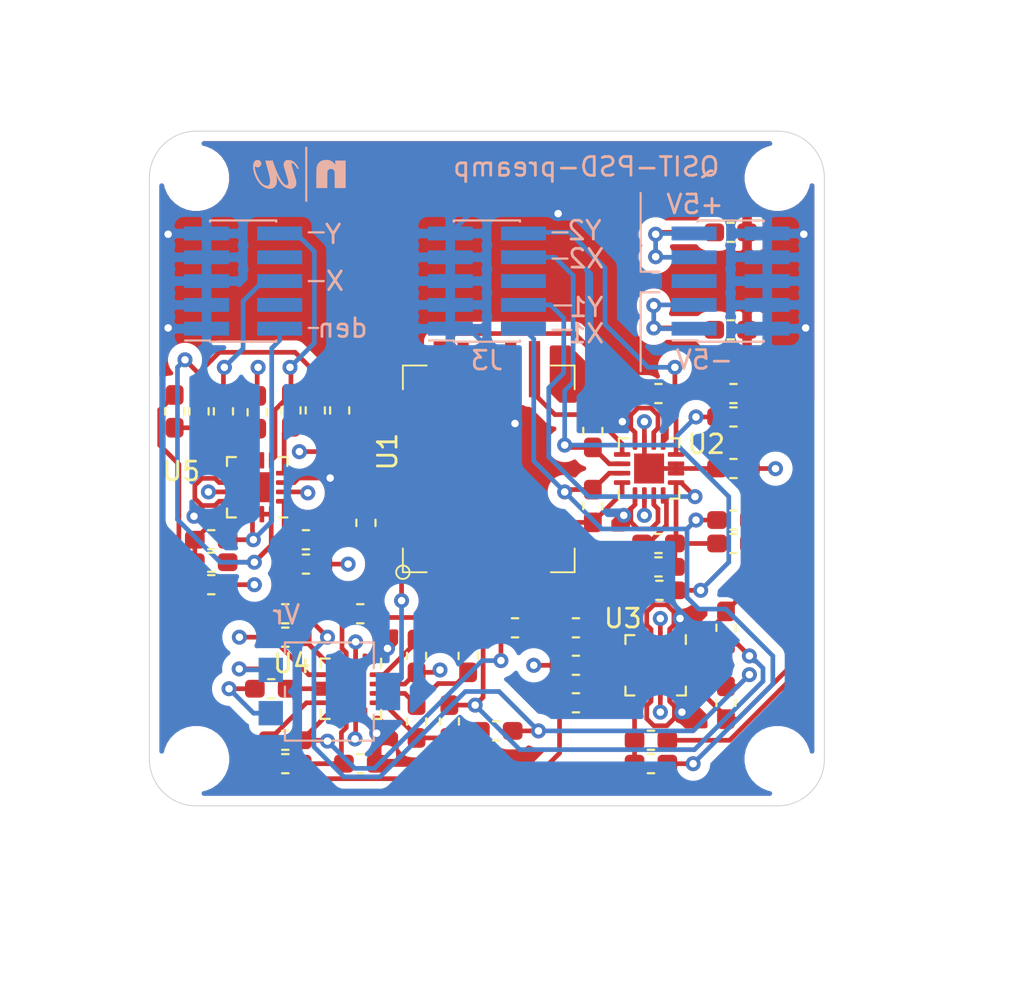
<source format=kicad_pcb>
(kicad_pcb (version 20171130) (host pcbnew "(5.1.6)-1")
  (title_block (title "PSD analog front end for QSIT payload") (date 2021-11-26) (rev 1) (company "FHNW ISE") (comment 1 "Université de Geneve") (comment 2 "Simon Burkhardt"))
  (layers (0 F.Cu signal hide) (1 In1.Cu power hide) (2 In2.Cu mixed hide) (31 B.Cu signal hide) (34 B.Paste user hide) (35 F.Paste user hide) (36 B.SilkS user hide) (37 F.SilkS user hide) (38 B.Mask user hide) (39 F.Mask user hide) (44 Edge.Cuts user))
  (net 0 "")
  (net 1 "Net-(R1-Pad2)")
  (net 2 /Y2a)
  (net 3 "Net-(R2-Pad1)")
  (net 4 /X1a)
  (net 5 "Net-(R5-Pad1)")
  (net 6 /X2a)
  (net 7 "Net-(R8-Pad2)")
  (net 8 /X2Y2)
  (net 9 "Net-(R10-Pad2)")
  (net 10 "Net-(R11-Pad2)")
  (net 11 /X1Y1)
  (net 12 /Y1a)
  (net 13 "Net-(R13-Pad1)")
  (net 14 "Net-(R15-Pad1)")
  (net 15 "Net-(R16-Pad2)")
  (net 16 VAA)
  (net 17 GND)
  (net 18 +5V)
  (net 19 -5V)
  (net 20 "Net-(H1-Pad1)")
  (net 21 "Net-(H2-Pad1)")
  (net 22 "Net-(H3-Pad1)")
  (net 23 "Net-(H4-Pad1)")
  (net 24 /Y2X1)
  (net 25 /Y1X2)
  (net 26 "Net-(R19-Pad1)")
  (net 27 /X_n)
  (net 28 "Net-(R20-Pad2)")
  (net 29 /sum)
  (net 30 "Net-(R22-Pad2)")
  (net 31 /den)
  (net 32 /Y_n)
  (net 33 "Net-(R23-Pad1)")
  (net 34 "Net-(R27-Pad1)")
  (net 35 "Net-(R29-Pad2)")
  (net 36 -2V5)
  (net 37 "Net-(R32-Pad1)")
  (net 38 "Net-(R35-Pad1)")
  (net 39 "Net-(R36-Pad2)")
  (net 40 "Net-(J1-Pad5)")
  (net 41 /U_signal)
  (net 42 "Net-(J2-Pad4)")
  (net 43 /X_signal)
  (net 44 "Net-(J2-Pad8)")
  (net 45 /Y_signal)
  (net 46 "Net-(J3-Pad6)")
  (module Resistor_SMD:R_0603_1608Metric_Pad1.05x0.95mm_HandSolder (layer F.Cu) (at 129 123 90)
    (fp_text reference R25 hide)
    (fp_text value 4k7)
    (pad 1 smd roundrect (at -0.875 0 90) (size 1.05 0.95) (layers F.Cu F.Paste F.Mask) (net 29 /sum))
    (pad 2 smd roundrect (at 0.875 0 90) (size 1.05 0.95) (layers F.Cu F.Paste F.Mask) (net 30 "Net-(R22-Pad2)"))
  )
  (module Capacitor_SMD:C_0603_1608Metric_Pad1.05x0.95mm_HandSolder (layer F.Cu) (at 118.5 124.75 180)
    (fp_text reference C4 hide)
    (fp_text value 100nF)
    (pad 1 smd roundrect (at -0.875 0 180) (size 1.05 0.95) (layers F.Cu F.Paste F.Mask) (net 19 -5V))
    (pad 2 smd roundrect (at 0.875 0 180) (size 1.05 0.95) (layers F.Cu F.Paste F.Mask) (net 18 +5V))
  )
  (module Package_DFN_QFN:WQFN-16-1EP_3x3mm_P0.5mm_EP1.6x1.6mm (layer F.Cu) (at 122.75 124.75 270)
    (fp_text reference U4 (at -1.35 3.15 180) (layer F.SilkS))
    (fp_text value OPA4990IRTER)
    (pad 17 smd rect (at 0 0 270) (size 1.6 1.6) (layers F.Cu F.Mask) (net 19 -5V))
    (pad 16 smd roundrect (at -0.75 -1.4375 270) (size 0.25 0.875) (layers F.Cu F.Paste F.Mask) (net 30 "Net-(R22-Pad2)"))
    (pad 15 smd roundrect (at -0.25 -1.4375 270) (size 0.25 0.875) (layers F.Cu F.Paste F.Mask) (net 31 /den))
    (pad 14 smd roundrect (at 0.25 -1.4375 270) (size 0.25 0.875) (layers F.Cu F.Paste F.Mask) (net 29 /sum))
    (pad 13 smd roundrect (at 0.75 -1.4375 270) (size 0.25 0.875) (layers F.Cu F.Paste F.Mask) (net 26 "Net-(R19-Pad1)"))
    (pad 12 smd roundrect (at 1.4375 -0.75 270) (size 0.875 0.25) (layers F.Cu F.Paste F.Mask) (net 17 GND))
    (pad 11 smd roundrect (at 1.4375 -0.25 270) (size 0.875 0.25) (layers F.Cu F.Paste F.Mask) (net 19 -5V))
    (pad 10 smd roundrect (at 1.4375 0.25 270) (size 0.875 0.25) (layers F.Cu F.Paste F.Mask) (net 13 "Net-(R13-Pad1)"))
    (pad 9 smd roundrect (at 1.4375 0.75 270) (size 0.875 0.25) (layers F.Cu F.Paste F.Mask) (net 28 "Net-(R20-Pad2)"))
    (pad 8 smd roundrect (at 0.75 1.4375 270) (size 0.25 0.875) (layers F.Cu F.Paste F.Mask) (net 27 /X_n))
    (pad 7 smd roundrect (at 0.25 1.4375 270) (size 0.25 0.875) (layers F.Cu F.Paste F.Mask) (net 19 -5V))
    (pad 6 smd roundrect (at -0.25 1.4375 270) (size 0.25 0.875) (layers F.Cu F.Paste F.Mask) (net 19 -5V))
    (pad 5 smd roundrect (at -0.75 1.4375 270) (size 0.25 0.875) (layers F.Cu F.Paste F.Mask) (net 32 /Y_n))
    (pad 4 smd roundrect (at -1.4375 0.75 270) (size 0.875 0.25) (layers F.Cu F.Paste F.Mask) (net 33 "Net-(R23-Pad1)"))
    (pad 3 smd roundrect (at -1.4375 0.25 270) (size 0.875 0.25) (layers F.Cu F.Paste F.Mask) (net 34 "Net-(R27-Pad1)"))
    (pad 2 smd roundrect (at -1.4375 -0.25 270) (size 0.875 0.25) (layers F.Cu F.Paste F.Mask) (net 18 +5V))
    (pad 1 smd roundrect (at -1.4375 -0.75 270) (size 0.875 0.25) (layers F.Cu F.Paste F.Mask) (net 17 GND))
  )
  (module Resistor_SMD:R_0603_1608Metric_Pad1.05x0.95mm_HandSolder (layer F.Cu) (at 139.15 109 180)
    (fp_text reference R1 hide)
    (fp_text value 4k7)
    (pad 2 smd roundrect (at 0.875 0 180) (size 1.05 0.95) (layers F.Cu F.Paste F.Mask) (net 1 "Net-(R1-Pad2)"))
    (pad 1 smd roundrect (at -0.875 0 180) (size 1.05 0.95) (layers F.Cu F.Paste F.Mask) (net 2 /Y2a))
  )
  (module Resistor_SMD:R_0603_1608Metric_Pad1.05x0.95mm_HandSolder (layer F.Cu) (at 138.75 127.5)
    (fp_text reference R2 hide)
    (fp_text value 4k7)
    (pad 1 smd roundrect (at -0.875 0) (size 1.05 0.95) (layers F.Cu F.Paste F.Mask) (net 3 "Net-(R2-Pad1)"))
    (pad 2 smd roundrect (at 0.875 0) (size 1.05 0.95) (layers F.Cu F.Paste F.Mask) (net 2 /Y2a))
  )
  (module Resistor_SMD:R_0603_1608Metric_Pad1.05x0.95mm_HandSolder (layer F.Cu) (at 134.75 125.5)
    (fp_text reference R3 hide)
    (fp_text value 4k7)
    (pad 1 smd roundrect (at -0.875 0) (size 1.05 0.95) (layers F.Cu F.Paste F.Mask) (net 24 /Y2X1))
    (pad 2 smd roundrect (at 0.875 0) (size 1.05 0.95) (layers F.Cu F.Paste F.Mask) (net 3 "Net-(R2-Pad1)"))
  )
  (module Resistor_SMD:R_0603_1608Metric_Pad1.05x0.95mm_HandSolder (layer F.Cu) (at 138.75 128.75)
    (fp_text reference R4 hide)
    (fp_text value 4k7)
    (pad 2 smd roundrect (at 0.875 0) (size 1.05 0.95) (layers F.Cu F.Paste F.Mask) (net 4 /X1a))
    (pad 1 smd roundrect (at -0.875 0) (size 1.05 0.95) (layers F.Cu F.Paste F.Mask) (net 3 "Net-(R2-Pad1)"))
  )
  (module Resistor_SMD:R_0603_1608Metric_Pad1.05x0.95mm_HandSolder (layer F.Cu) (at 143.15 110.25 180)
    (fp_text reference R5 hide)
    (fp_text value 4k7)
    (pad 1 smd roundrect (at -0.875 0 180) (size 1.05 0.95) (layers F.Cu F.Paste F.Mask) (net 5 "Net-(R5-Pad1)"))
    (pad 2 smd roundrect (at 0.875 0 180) (size 1.05 0.95) (layers F.Cu F.Paste F.Mask) (net 6 /X2a))
  )
  (module Resistor_SMD:R_0603_1608Metric_Pad1.05x0.95mm_HandSolder (layer F.Cu) (at 143.15 109 180)
    (fp_text reference R6 hide)
    (fp_text value 4k7)
    (pad 1 smd roundrect (at -0.875 0 180) (size 1.05 0.95) (layers F.Cu F.Paste F.Mask) (net 5 "Net-(R5-Pad1)"))
    (pad 2 smd roundrect (at 0.875 0 180) (size 1.05 0.95) (layers F.Cu F.Paste F.Mask) (net 2 /Y2a))
  )
  (module Resistor_SMD:R_0603_1608Metric_Pad1.05x0.95mm_HandSolder (layer F.Cu) (at 135.65 111 90)
    (fp_text reference R8 hide)
    (fp_text value 4k7)
    (pad 2 smd roundrect (at 0.875 0 90) (size 1.05 0.95) (layers F.Cu F.Paste F.Mask) (net 7 "Net-(R8-Pad2)"))
    (pad 1 smd roundrect (at -0.875 0 90) (size 1.05 0.95) (layers F.Cu F.Paste F.Mask) (net 6 /X2a))
  )
  (module Resistor_SMD:R_0603_1608Metric_Pad1.05x0.95mm_HandSolder (layer F.Cu) (at 142.75 125.5 270)
    (fp_text reference R9 hide)
    (fp_text value 4k7)
    (pad 1 smd roundrect (at -0.875 0 270) (size 1.05 0.95) (layers F.Cu F.Paste F.Mask) (net 8 /X2Y2))
    (pad 2 smd roundrect (at 0.875 0 270) (size 1.05 0.95) (layers F.Cu F.Paste F.Mask) (net 5 "Net-(R5-Pad1)"))
  )
  (module Resistor_SMD:R_0603_1608Metric_Pad1.05x0.95mm_HandSolder (layer F.Cu) (at 135.65 115 270)
    (fp_text reference R10 hide)
    (fp_text value 4k7)
    (pad 1 smd roundrect (at -0.875 0 270) (size 1.05 0.95) (layers F.Cu F.Paste F.Mask) (net 4 /X1a))
    (pad 2 smd roundrect (at 0.875 0 270) (size 1.05 0.95) (layers F.Cu F.Paste F.Mask) (net 9 "Net-(R10-Pad2)"))
  )
  (module Resistor_SMD:R_0603_1608Metric_Pad1.05x0.95mm_HandSolder (layer F.Cu) (at 142.75 121.5 90)
    (fp_text reference R11 hide)
    (fp_text value 4k7)
    (pad 2 smd roundrect (at 0.875 0 90) (size 1.05 0.95) (layers F.Cu F.Paste F.Mask) (net 10 "Net-(R11-Pad2)"))
    (pad 1 smd roundrect (at -0.875 0 90) (size 1.05 0.95) (layers F.Cu F.Paste F.Mask) (net 11 /X1Y1))
  )
  (module Resistor_SMD:R_0603_1608Metric_Pad1.05x0.95mm_HandSolder (layer F.Cu) (at 143.15 117 180)
    (fp_text reference R12 hide)
    (fp_text value 4k7)
    (pad 1 smd roundrect (at -0.875 0 180) (size 1.05 0.95) (layers F.Cu F.Paste F.Mask) (net 10 "Net-(R11-Pad2)"))
    (pad 2 smd roundrect (at 0.875 0 180) (size 1.05 0.95) (layers F.Cu F.Paste F.Mask) (net 12 /Y1a))
  )
  (module Resistor_SMD:R_0603_1608Metric_Pad1.05x0.95mm_HandSolder (layer F.Cu) (at 143.15 115.75)
    (fp_text reference R14 hide)
    (fp_text value 4k7)
    (pad 2 smd roundrect (at 0.875 0) (size 1.05 0.95) (layers F.Cu F.Paste F.Mask) (net 10 "Net-(R11-Pad2)"))
    (pad 1 smd roundrect (at -0.875 0) (size 1.05 0.95) (layers F.Cu F.Paste F.Mask) (net 4 /X1a))
  )
  (module Resistor_SMD:R_0603_1608Metric_Pad1.05x0.95mm_HandSolder (layer F.Cu) (at 139.2 119.5)
    (fp_text reference R15 hide)
    (fp_text value 4k7)
    (pad 1 smd roundrect (at -0.875 0) (size 1.05 0.95) (layers F.Cu F.Paste F.Mask) (net 14 "Net-(R15-Pad1)"))
    (pad 2 smd roundrect (at 0.875 0) (size 1.05 0.95) (layers F.Cu F.Paste F.Mask) (net 6 /X2a))
  )
  (module Resistor_SMD:R_0603_1608Metric_Pad1.05x0.95mm_HandSolder (layer F.Cu) (at 139.15 117 180)
    (fp_text reference R16 hide)
    (fp_text value 4k7)
    (pad 1 smd roundrect (at -0.875 0 180) (size 1.05 0.95) (layers F.Cu F.Paste F.Mask) (net 12 /Y1a))
    (pad 2 smd roundrect (at 0.875 0 180) (size 1.05 0.95) (layers F.Cu F.Paste F.Mask) (net 15 "Net-(R16-Pad2)"))
  )
  (module Resistor_SMD:R_0603_1608Metric_Pad1.05x0.95mm_HandSolder (layer F.Cu) (at 139.15 118.25)
    (fp_text reference R17 hide)
    (fp_text value 4k7)
    (pad 2 smd roundrect (at 0.875 0) (size 1.05 0.95) (layers F.Cu F.Paste F.Mask) (net 12 /Y1a))
    (pad 1 smd roundrect (at -0.875 0) (size 1.05 0.95) (layers F.Cu F.Paste F.Mask) (net 14 "Net-(R15-Pad1)"))
  )
  (module Resistor_SMD:R_0603_1608Metric_Pad1.05x0.95mm_HandSolder (layer F.Cu) (at 134.75 121.5)
    (fp_text reference R18 hide)
    (fp_text value 4k7)
    (pad 2 smd roundrect (at 0.875 0) (size 1.05 0.95) (layers F.Cu F.Paste F.Mask) (net 14 "Net-(R15-Pad1)"))
    (pad 1 smd roundrect (at -0.875 0) (size 1.05 0.95) (layers F.Cu F.Paste F.Mask) (net 25 /Y1X2))
  )
  (module A_Tale_Of_A_Library:HAMAMATSU_PSD_S599001_4mm (layer F.Cu) (at 130 113)
    (fp_text reference U1 (at -5.3 -0.9 90) (layer F.SilkS))
    (fp_text value PSDS5990-01)
    (pad 1 smd rect (at -2.54 5.3) (size 0.6 3) (layers F.Cu F.Paste F.Mask) (net 15 "Net-(R16-Pad2)"))
    (pad 2 smd rect (at -1.27 5.3) (size 0.6 3) (layers F.Cu F.Paste F.Mask))
    (pad 3 smd rect (at 0 4.792) (size 0.6 4) (layers F.Cu F.Paste F.Mask))
    (pad 4 smd rect (at 1.27 5.3) (size 0.6 3) (layers F.Cu F.Paste F.Mask))
    (pad 5 smd rect (at 2.54 5.3) (size 0.6 3) (layers F.Cu F.Paste F.Mask) (net 9 "Net-(R10-Pad2)"))
    (pad 8 smd rect (at 0 -5.3) (size 0.6 3) (layers F.Cu F.Paste F.Mask) (net 16 VAA))
    (pad 9 smd rect (at -1.27 -5.3) (size 0.6 3) (layers F.Cu F.Paste F.Mask))
    (pad 10 smd rect (at -2.54 -5.3) (size 0.6 3) (layers F.Cu F.Paste F.Mask) (net 1 "Net-(R1-Pad2)"))
    (pad 7 smd rect (at 1.27 -5.3) (size 0.6 3) (layers F.Cu F.Paste F.Mask))
    (pad 6 smd rect (at 2.54 -5.3) (size 0.6 3) (layers F.Cu F.Paste F.Mask) (net 7 "Net-(R8-Pad2)"))
  )
  (module Package_DFN_QFN:WQFN-16-1EP_3x3mm_P0.5mm_EP1.6x1.6mm (layer F.Cu) (at 138.65 113 90)
    (fp_text reference U2 (at 1.3 3.05 180) (layer F.SilkS))
    (fp_text value OPA4990IRTER)
    (pad 1 smd roundrect (at -1.4375 -0.75 90) (size 0.875 0.25) (layers F.Cu F.Paste F.Mask) (net 17 GND))
    (pad 2 smd roundrect (at -1.4375 -0.25 90) (size 0.875 0.25) (layers F.Cu F.Paste F.Mask) (net 18 +5V))
    (pad 3 smd roundrect (at -1.4375 0.25 90) (size 0.875 0.25) (layers F.Cu F.Paste F.Mask) (net 17 GND))
    (pad 4 smd roundrect (at -1.4375 0.75 90) (size 0.875 0.25) (layers F.Cu F.Paste F.Mask) (net 15 "Net-(R16-Pad2)"))
    (pad 5 smd roundrect (at -0.75 1.4375 90) (size 0.25 0.875) (layers F.Cu F.Paste F.Mask) (net 12 /Y1a))
    (pad 6 smd roundrect (at -0.25 1.4375 90) (size 0.25 0.875) (layers F.Cu F.Paste F.Mask) (net 19 -5V))
    (pad 7 smd roundrect (at 0.25 1.4375 90) (size 0.25 0.875) (layers F.Cu F.Paste F.Mask) (net 19 -5V))
    (pad 8 smd roundrect (at 0.75 1.4375 90) (size 0.25 0.875) (layers F.Cu F.Paste F.Mask) (net 2 /Y2a))
    (pad 9 smd roundrect (at 1.4375 0.75 90) (size 0.875 0.25) (layers F.Cu F.Paste F.Mask) (net 1 "Net-(R1-Pad2)"))
    (pad 10 smd roundrect (at 1.4375 0.25 90) (size 0.875 0.25) (layers F.Cu F.Paste F.Mask) (net 17 GND))
    (pad 11 smd roundrect (at 1.4375 -0.25 90) (size 0.875 0.25) (layers F.Cu F.Paste F.Mask) (net 19 -5V))
    (pad 12 smd roundrect (at 1.4375 -0.75 90) (size 0.875 0.25) (layers F.Cu F.Paste F.Mask) (net 17 GND))
    (pad 13 smd roundrect (at 0.75 -1.4375 90) (size 0.25 0.875) (layers F.Cu F.Paste F.Mask) (net 7 "Net-(R8-Pad2)"))
    (pad 14 smd roundrect (at 0.25 -1.4375 90) (size 0.25 0.875) (layers F.Cu F.Paste F.Mask) (net 6 /X2a))
    (pad 15 smd roundrect (at -0.25 -1.4375 90) (size 0.25 0.875) (layers F.Cu F.Paste F.Mask) (net 4 /X1a))
    (pad 16 smd roundrect (at -0.75 -1.4375 90) (size 0.25 0.875) (layers F.Cu F.Paste F.Mask) (net 9 "Net-(R10-Pad2)"))
    (pad 17 smd rect (at 0 0 90) (size 1.6 1.6) (layers F.Cu F.Mask) (net 19 -5V))
  )
  (module Package_DFN_QFN:WQFN-16-1EP_3x3mm_P0.5mm_EP1.6x1.6mm (layer F.Cu) (at 139 123.5 270)
    (fp_text reference U3 (at -2.5 1.75 180) (layer F.SilkS))
    (fp_text value OPA4990IRTER)
    (pad 1 smd roundrect (at -1.4375 -0.75 270) (size 0.875 0.25) (layers F.Cu F.Paste F.Mask) (net 17 GND))
    (pad 2 smd roundrect (at -1.4375 -0.25 270) (size 0.875 0.25) (layers F.Cu F.Paste F.Mask) (net 18 +5V))
    (pad 3 smd roundrect (at -1.4375 0.25 270) (size 0.875 0.25) (layers F.Cu F.Paste F.Mask) (net 17 GND))
    (pad 4 smd roundrect (at -1.4375 0.75 270) (size 0.875 0.25) (layers F.Cu F.Paste F.Mask) (net 14 "Net-(R15-Pad1)"))
    (pad 5 smd roundrect (at -0.75 1.4375 270) (size 0.25 0.875) (layers F.Cu F.Paste F.Mask) (net 25 /Y1X2))
    (pad 6 smd roundrect (at -0.25 1.4375 270) (size 0.25 0.875) (layers F.Cu F.Paste F.Mask) (net 19 -5V))
    (pad 7 smd roundrect (at 0.25 1.4375 270) (size 0.25 0.875) (layers F.Cu F.Paste F.Mask) (net 19 -5V))
    (pad 8 smd roundrect (at 0.75 1.4375 270) (size 0.25 0.875) (layers F.Cu F.Paste F.Mask) (net 24 /Y2X1))
    (pad 9 smd roundrect (at 1.4375 0.75 270) (size 0.875 0.25) (layers F.Cu F.Paste F.Mask) (net 3 "Net-(R2-Pad1)"))
    (pad 10 smd roundrect (at 1.4375 0.25 270) (size 0.875 0.25) (layers F.Cu F.Paste F.Mask) (net 17 GND))
    (pad 11 smd roundrect (at 1.4375 -0.25 270) (size 0.875 0.25) (layers F.Cu F.Paste F.Mask) (net 19 -5V))
    (pad 12 smd roundrect (at 1.4375 -0.75 270) (size 0.875 0.25) (layers F.Cu F.Paste F.Mask) (net 17 GND))
    (pad 13 smd roundrect (at 0.75 -1.4375 270) (size 0.25 0.875) (layers F.Cu F.Paste F.Mask) (net 5 "Net-(R5-Pad1)"))
    (pad 14 smd roundrect (at 0.25 -1.4375 270) (size 0.25 0.875) (layers F.Cu F.Paste F.Mask) (net 8 /X2Y2))
    (pad 15 smd roundrect (at -0.25 -1.4375 270) (size 0.25 0.875) (layers F.Cu F.Paste F.Mask) (net 11 /X1Y1))
    (pad 16 smd roundrect (at -0.75 -1.4375 270) (size 0.25 0.875) (layers F.Cu F.Paste F.Mask) (net 10 "Net-(R11-Pad2)"))
    (pad 17 smd rect (at 0 0 270) (size 1.6 1.6) (layers F.Cu F.Mask) (net 19 -5V))
  )
  (module Mounting_Holes:MountingHole_2.5mm (layer F.Cu) (at 114.5 97.5)
    (fp_text reference H1 hide)
    (fp_text value MountingHole_Pad hide)
    (pad 1 np_thru_hole circle (at 0 0) (size 2.5 2.5) (drill 2.5) (layers *.Cu *.Mask) (net 20 "Net-(H1-Pad1)"))
  )
  (module Mounting_Holes:MountingHole_2.5mm (layer F.Cu) (at 114.5 128.5)
    (fp_text reference H2 hide)
    (fp_text value MountingHole_Pad hide)
    (pad 1 np_thru_hole circle (at 0 0) (size 2.5 2.5) (drill 2.5) (layers *.Cu *.Mask) (net 21 "Net-(H2-Pad1)"))
  )
  (module Mounting_Holes:MountingHole_2.5mm (layer F.Cu) (at 145.5 97.5)
    (fp_text reference H3 hide)
    (fp_text value MountingHole_Pad hide)
    (pad 1 np_thru_hole circle (at 0 0) (size 2.5 2.5) (drill 2.5) (layers *.Cu *.Mask) (net 22 "Net-(H3-Pad1)"))
  )
  (module Mounting_Holes:MountingHole_2.5mm (layer F.Cu) (at 145.5 128.5)
    (fp_text reference H4 hide)
    (fp_text value MountingHole_Pad hide)
    (pad 1 np_thru_hole circle (at 0 0) (size 2.5 2.5) (drill 2.5) (layers *.Cu *.Mask) (net 23 "Net-(H4-Pad1)"))
  )
  (module Capacitor_SMD:C_0603_1608Metric_Pad1.05x0.95mm_HandSolder (layer F.Cu) (at 134.75 123.5 180)
    (fp_text reference C2 hide)
    (fp_text value 100nF)
    (pad 2 smd roundrect (at 0.875 0 180) (size 1.05 0.95) (layers F.Cu F.Paste F.Mask) (net 18 +5V))
    (pad 1 smd roundrect (at -0.875 0 180) (size 1.05 0.95) (layers F.Cu F.Paste F.Mask) (net 19 -5V))
  )
  (module Capacitor_SMD:C_0603_1608Metric_Pad1.05x0.95mm_HandSolder (layer F.Cu) (at 143.15 113)
    (fp_text reference C3 hide)
    (fp_text value 100nF)
    (pad 1 smd roundrect (at -0.875 0) (size 1.05 0.95) (layers F.Cu F.Paste F.Mask) (net 19 -5V))
    (pad 2 smd roundrect (at 0.875 0) (size 1.05 0.95) (layers F.Cu F.Paste F.Mask) (net 18 +5V))
  )
  (module Resistor_SMD:R_0603_1608Metric_Pad1.05x0.95mm_HandSolder (layer F.Cu) (at 130.5 127)
    (fp_text reference R19 hide)
    (fp_text value 4k7)
    (pad 1 smd roundrect (at -0.875 0) (size 1.05 0.95) (layers F.Cu F.Paste F.Mask) (net 26 "Net-(R19-Pad1)"))
    (pad 2 smd roundrect (at 0.875 0) (size 1.05 0.95) (layers F.Cu F.Paste F.Mask) (net 8 /X2Y2))
  )
  (module Resistor_SMD:R_0603_1608Metric_Pad1.05x0.95mm_HandSolder (layer F.Cu) (at 119.25 127.5)
    (fp_text reference R20 hide)
    (fp_text value 4k7)
    (pad 1 smd roundrect (at -0.875 0) (size 1.05 0.95) (layers F.Cu F.Paste F.Mask) (net 27 /X_n))
    (pad 2 smd roundrect (at 0.875 0) (size 1.05 0.95) (layers F.Cu F.Paste F.Mask) (net 28 "Net-(R20-Pad2)"))
  )
  (module Resistor_SMD:R_0603_1608Metric_Pad1.05x0.95mm_HandSolder (layer F.Cu) (at 126.25 126.5 270)
    (fp_text reference R21 hide)
    (fp_text value 4k7)
    (pad 1 smd roundrect (at -0.875 0 270) (size 1.05 0.95) (layers F.Cu F.Paste F.Mask) (net 29 /sum))
    (pad 2 smd roundrect (at 0.875 0 270) (size 1.05 0.95) (layers F.Cu F.Paste F.Mask) (net 26 "Net-(R19-Pad1)"))
  )
  (module Resistor_SMD:R_0603_1608Metric_Pad1.05x0.95mm_HandSolder (layer F.Cu) (at 126.25 123 90)
    (fp_text reference R22 hide)
    (fp_text value 4k7)
    (pad 2 smd roundrect (at 0.875 0 90) (size 1.05 0.95) (layers F.Cu F.Paste F.Mask) (net 30 "Net-(R22-Pad2)"))
    (pad 1 smd roundrect (at -0.875 0 90) (size 1.05 0.95) (layers F.Cu F.Paste F.Mask) (net 31 /den))
  )
  (module Resistor_SMD:R_0603_1608Metric_Pad1.05x0.95mm_HandSolder (layer F.Cu) (at 119.25 122 180)
    (fp_text reference R23 hide)
    (fp_text value 4k7)
    (pad 2 smd roundrect (at 0.875 0 180) (size 1.05 0.95) (layers F.Cu F.Paste F.Mask) (net 32 /Y_n))
    (pad 1 smd roundrect (at -0.875 0 180) (size 1.05 0.95) (layers F.Cu F.Paste F.Mask) (net 33 "Net-(R23-Pad1)"))
  )
  (module Resistor_SMD:R_0603_1608Metric_Pad1.05x0.95mm_HandSolder (layer F.Cu) (at 128 126.5 270)
    (fp_text reference R24 hide)
    (fp_text value 4k7)
    (pad 2 smd roundrect (at 0.875 0 270) (size 1.05 0.95) (layers F.Cu F.Paste F.Mask) (net 26 "Net-(R19-Pad1)"))
    (pad 1 smd roundrect (at -0.875 0 270) (size 1.05 0.95) (layers F.Cu F.Paste F.Mask) (net 11 /X1Y1))
  )
  (module Resistor_SMD:R_0603_1608Metric_Pad1.05x0.95mm_HandSolder (layer F.Cu) (at 119.25 120.75 180)
    (fp_text reference R26 hide)
    (fp_text value 4k7)
    (pad 2 smd roundrect (at 0.875 0 180) (size 1.05 0.95) (layers F.Cu F.Paste F.Mask) (net 33 "Net-(R23-Pad1)"))
    (pad 1 smd roundrect (at -0.875 0 180) (size 1.05 0.95) (layers F.Cu F.Paste F.Mask) (net 8 /X2Y2))
  )
  (module Resistor_SMD:R_0603_1608Metric_Pad1.05x0.95mm_HandSolder (layer F.Cu) (at 123.25 120.75)
    (fp_text reference R27 hide)
    (fp_text value 4k7)
    (pad 1 smd roundrect (at -0.875 0) (size 1.05 0.95) (layers F.Cu F.Paste F.Mask) (net 34 "Net-(R27-Pad1)"))
    (pad 2 smd roundrect (at 0.875 0) (size 1.05 0.95) (layers F.Cu F.Paste F.Mask) (net 11 /X1Y1))
  )
  (module Resistor_SMD:R_0603_1608Metric_Pad1.05x0.95mm_HandSolder (layer F.Cu) (at 131.5 121.5)
    (fp_text reference R28 hide)
    (fp_text value 4k7)
    (pad 2 smd roundrect (at 0.875 0) (size 1.05 0.95) (layers F.Cu F.Paste F.Mask) (net 25 /Y1X2))
    (pad 1 smd roundrect (at -0.875 0) (size 1.05 0.95) (layers F.Cu F.Paste F.Mask) (net 28 "Net-(R20-Pad2)"))
  )
  (module Resistor_SMD:R_0603_1608Metric_Pad1.05x0.95mm_HandSolder (layer F.Cu) (at 119.25 128.75 180)
    (fp_text reference R7 hide)
    (fp_text value 4k7)
    (pad 1 smd roundrect (at -0.875 0 180) (size 1.05 0.95) (layers F.Cu F.Paste F.Mask) (net 13 "Net-(R13-Pad1)"))
    (pad 2 smd roundrect (at 0.875 0 180) (size 1.05 0.95) (layers F.Cu F.Paste F.Mask) (net 24 /Y2X1))
  )
  (module Resistor_SMD:R_0603_1608Metric_Pad1.05x0.95mm_HandSolder (layer F.Cu) (at 123.25 128.75)
    (fp_text reference R13 hide)
    (fp_text value 4k7)
    (pad 1 smd roundrect (at -0.875 0) (size 1.05 0.95) (layers F.Cu F.Paste F.Mask) (net 13 "Net-(R13-Pad1)"))
    (pad 2 smd roundrect (at 0.875 0) (size 1.05 0.95) (layers F.Cu F.Paste F.Mask) (net 17 GND))
  )
  (module Capacitor_SMD:C_0603_1608Metric_Pad1.05x0.95mm_HandSolder (layer F.Cu) (at 123.55 115.9 90)
    (fp_text reference C1 hide)
    (fp_text value 100nF)
    (pad 1 smd roundrect (at -0.875 0 90) (size 1.05 0.95) (layers F.Cu F.Paste F.Mask) (net 17 GND))
    (pad 2 smd roundrect (at 0.875 0 90) (size 1.05 0.95) (layers F.Cu F.Paste F.Mask) (net 16 VAA))
  )
  (module Capacitor_SMD:C_0603_1608Metric_Pad1.05x0.95mm_HandSolder (layer F.Cu) (at 117.75 110 90)
    (fp_text reference C5 hide)
    (fp_text value 100nF)
    (pad 1 smd roundrect (at -0.875 0 90) (size 1.05 0.95) (layers F.Cu F.Paste F.Mask) (net 19 -5V))
    (pad 2 smd roundrect (at 0.875 0 90) (size 1.05 0.95) (layers F.Cu F.Paste F.Mask) (net 18 +5V))
  )
  (module A_Tale_Of_A_Library:Logo_FHNW_03x05mm (layer B.Cu) (at 120 97.3 180)
    (fp_text reference H5 hide)
    (fp_text value LogoFHNW hide)
  )
  (module Potentiometer_SMD:Potentiometer_Bourns_3314R-GM5_Vertical (layer B.Cu) (at 121.6 124.9 270)
    (fp_text reference RV1 hide)
    (fp_text value 3314G-1-253E)
    (pad 1 smd rect (at 1.155 3.125 270) (size 1.3 1.3) (layers B.Cu B.Paste B.Mask) (net 18 +5V))
    (pad 2 smd rect (at 0 -3.125 270) (size 2 1.3) (layers B.Cu B.Paste B.Mask) (net 16 VAA))
    (pad 3 smd rect (at -1.155 3.125 270) (size 1.3 1.3) (layers B.Cu B.Paste B.Mask) (net 19 -5V))
  )
  (module Package_DFN_QFN:WQFN-16-1EP_3x3mm_P0.5mm_EP1.6x1.6mm (layer F.Cu) (at 117.75 114 180)
    (fp_text reference U5 (at 4.05 0.85 180) (layer F.SilkS))
    (fp_text value OPA4990IRTER)
    (pad 17 smd rect (at 0 0 180) (size 1.6 1.6) (layers F.Cu F.Mask) (net 19 -5V))
    (pad 16 smd roundrect (at -0.75 -1.4375 180) (size 0.25 0.875) (layers F.Cu F.Paste F.Mask) (net 36 -2V5))
    (pad 15 smd roundrect (at -0.25 -1.4375 180) (size 0.25 0.875) (layers F.Cu F.Paste F.Mask) (net 36 -2V5))
    (pad 14 smd roundrect (at 0.25 -1.4375 180) (size 0.25 0.875) (layers F.Cu F.Paste F.Mask) (net 41 /U_signal))
    (pad 13 smd roundrect (at 0.75 -1.4375 180) (size 0.25 0.875) (layers F.Cu F.Paste F.Mask) (net 37 "Net-(R32-Pad1)"))
    (pad 12 smd roundrect (at 1.4375 -0.75 180) (size 0.875 0.25) (layers F.Cu F.Paste F.Mask) (net 17 GND))
    (pad 11 smd roundrect (at 1.4375 -0.25 180) (size 0.875 0.25) (layers F.Cu F.Paste F.Mask) (net 19 -5V))
    (pad 10 smd roundrect (at 1.4375 0.25 180) (size 0.875 0.25) (layers F.Cu F.Paste F.Mask) (net 17 GND))
    (pad 9 smd roundrect (at 1.4375 0.75 180) (size 0.875 0.25) (layers F.Cu F.Paste F.Mask) (net 35 "Net-(R29-Pad2)"))
    (pad 8 smd roundrect (at 0.75 1.4375 180) (size 0.25 0.875) (layers F.Cu F.Paste F.Mask) (net 43 /X_signal))
    (pad 7 smd roundrect (at 0.25 1.4375 180) (size 0.25 0.875) (layers F.Cu F.Paste F.Mask) (net 19 -5V))
    (pad 6 smd roundrect (at -0.25 1.4375 180) (size 0.25 0.875) (layers F.Cu F.Paste F.Mask) (net 19 -5V))
    (pad 5 smd roundrect (at -0.75 1.4375 180) (size 0.25 0.875) (layers F.Cu F.Paste F.Mask) (net 45 /Y_signal))
    (pad 4 smd roundrect (at -1.4375 0.75 180) (size 0.875 0.25) (layers F.Cu F.Paste F.Mask) (net 39 "Net-(R36-Pad2)"))
    (pad 3 smd roundrect (at -1.4375 0.25 180) (size 0.875 0.25) (layers F.Cu F.Paste F.Mask) (net 17 GND))
    (pad 2 smd roundrect (at -1.4375 -0.25 180) (size 0.875 0.25) (layers F.Cu F.Paste F.Mask) (net 18 +5V))
    (pad 1 smd roundrect (at -1.4375 -0.75 180) (size 0.875 0.25) (layers F.Cu F.Paste F.Mask) (net 38 "Net-(R35-Pad1)"))
  )
  (module Resistor_SMD:R_0603_1608Metric_Pad1.05x0.95mm_HandSolder (layer F.Cu) (at 114.65 109.95 270)
    (fp_text reference R29 hide)
    (fp_text value 10k)
    (pad 2 smd roundrect (at 0.875 0 270) (size 1.05 0.95) (layers F.Cu F.Paste F.Mask) (net 35 "Net-(R29-Pad2)"))
    (pad 1 smd roundrect (at -0.875 0 270) (size 1.05 0.95) (layers F.Cu F.Paste F.Mask) (net 36 -2V5))
  )
  (module Resistor_SMD:R_0603_1608Metric_Pad1.05x0.95mm_HandSolder (layer F.Cu) (at 113.35 109.95 270)
    (fp_text reference R30 hide)
    (fp_text value 20k)
    (pad 1 smd roundrect (at -0.875 0 270) (size 1.05 0.95) (layers F.Cu F.Paste F.Mask) (net 27 /X_n))
    (pad 2 smd roundrect (at 0.875 0 270) (size 1.05 0.95) (layers F.Cu F.Paste F.Mask) (net 35 "Net-(R29-Pad2)"))
  )
  (module Resistor_SMD:R_0603_1608Metric_Pad1.05x0.95mm_HandSolder (layer F.Cu) (at 115.95 109.95 270)
    (fp_text reference R31 hide)
    (fp_text value 10k)
    (pad 2 smd roundrect (at 0.875 0 270) (size 1.05 0.95) (layers F.Cu F.Paste F.Mask) (net 35 "Net-(R29-Pad2)"))
    (pad 1 smd roundrect (at -0.875 0 270) (size 1.05 0.95) (layers F.Cu F.Paste F.Mask) (net 43 /X_signal))
  )
  (module Resistor_SMD:R_0603_1608Metric_Pad1.05x0.95mm_HandSolder (layer F.Cu) (at 115.3 119.2)
    (fp_text reference R32 hide)
    (fp_text value 20k)
    (pad 2 smd roundrect (at 0.875 0) (size 1.05 0.95) (layers F.Cu F.Paste F.Mask) (net 31 /den))
    (pad 1 smd roundrect (at -0.875 0) (size 1.05 0.95) (layers F.Cu F.Paste F.Mask) (net 37 "Net-(R32-Pad1)"))
  )
  (module Resistor_SMD:R_0603_1608Metric_Pad1.05x0.95mm_HandSolder (layer F.Cu) (at 115.3 118)
    (fp_text reference R33 hide)
    (fp_text value 10k)
    (pad 1 smd roundrect (at -0.875 0) (size 1.05 0.95) (layers F.Cu F.Paste F.Mask) (net 37 "Net-(R32-Pad1)"))
    (pad 2 smd roundrect (at 0.875 0) (size 1.05 0.95) (layers F.Cu F.Paste F.Mask) (net 36 -2V5))
  )
  (module Resistor_SMD:R_0603_1608Metric_Pad1.05x0.95mm_HandSolder (layer F.Cu) (at 115.3 116.8 180)
    (fp_text reference R34 hide)
    (fp_text value 10k)
    (pad 1 smd roundrect (at -0.875 0 180) (size 1.05 0.95) (layers F.Cu F.Paste F.Mask) (net 41 /U_signal))
    (pad 2 smd roundrect (at 0.875 0 180) (size 1.05 0.95) (layers F.Cu F.Paste F.Mask) (net 37 "Net-(R32-Pad1)"))
  )
  (module Resistor_SMD:R_0603_1608Metric_Pad1.05x0.95mm_HandSolder (layer F.Cu) (at 120.35 116.8)
    (fp_text reference R35 hide)
    (fp_text value 10k)
    (pad 2 smd roundrect (at 0.875 0) (size 1.05 0.95) (layers F.Cu F.Paste F.Mask) (net 17 GND))
    (pad 1 smd roundrect (at -0.875 0) (size 1.05 0.95) (layers F.Cu F.Paste F.Mask) (net 38 "Net-(R35-Pad1)"))
  )
  (module Resistor_SMD:R_0603_1608Metric_Pad1.05x0.95mm_HandSolder (layer F.Cu) (at 119.55 109.9 270)
    (fp_text reference R36 hide)
    (fp_text value 10k)
    (pad 2 smd roundrect (at 0.875 0 270) (size 1.05 0.95) (layers F.Cu F.Paste F.Mask) (net 39 "Net-(R36-Pad2)"))
    (pad 1 smd roundrect (at -0.875 0 270) (size 1.05 0.95) (layers F.Cu F.Paste F.Mask) (net 45 /Y_signal))
  )
  (module Resistor_SMD:R_0603_1608Metric_Pad1.05x0.95mm_HandSolder (layer F.Cu) (at 120.35 118.1 180)
    (fp_text reference R37 hide)
    (fp_text value 10k)
    (pad 1 smd roundrect (at -0.875 0 180) (size 1.05 0.95) (layers F.Cu F.Paste F.Mask) (net 19 -5V))
    (pad 2 smd roundrect (at 0.875 0 180) (size 1.05 0.95) (layers F.Cu F.Paste F.Mask) (net 38 "Net-(R35-Pad1)"))
  )
  (module Resistor_SMD:R_0603_1608Metric_Pad1.05x0.95mm_HandSolder (layer F.Cu) (at 122.15 109.9 270)
    (fp_text reference R38 hide)
    (fp_text value 20k)
    (pad 1 smd roundrect (at -0.875 0 270) (size 1.05 0.95) (layers F.Cu F.Paste F.Mask) (net 32 /Y_n))
    (pad 2 smd roundrect (at 0.875 0 270) (size 1.05 0.95) (layers F.Cu F.Paste F.Mask) (net 39 "Net-(R36-Pad2)"))
  )
  (module Resistor_SMD:R_0603_1608Metric_Pad1.05x0.95mm_HandSolder (layer F.Cu) (at 120.85 109.9 270)
    (fp_text reference R39 hide)
    (fp_text value 10k)
    (pad 1 smd roundrect (at -0.875 0 270) (size 1.05 0.95) (layers F.Cu F.Paste F.Mask) (net 36 -2V5))
    (pad 2 smd roundrect (at 0.875 0 270) (size 1.05 0.95) (layers F.Cu F.Paste F.Mask) (net 39 "Net-(R36-Pad2)"))
  )
  (module Connector_PinHeader_1.27mm:PinHeader_2x05_P1.27mm_Vertical_SMD (layer B.Cu) (at 143 103)
    (fp_text reference J1 hide)
    (fp_text value Conn_02x05_Odd_Even)
    (pad 10 smd rect (at 1.95 -2.54) (size 2.4 0.74) (layers B.Cu B.Paste B.Mask) (net 17 GND))
    (pad 9 smd rect (at -1.95 -2.54) (size 2.4 0.74) (layers B.Cu B.Paste B.Mask) (net 18 +5V))
    (pad 8 smd rect (at 1.95 -1.27) (size 2.4 0.74) (layers B.Cu B.Paste B.Mask) (net 17 GND))
    (pad 7 smd rect (at -1.95 -1.27) (size 2.4 0.74) (layers B.Cu B.Paste B.Mask) (net 18 +5V))
    (pad 6 smd rect (at 1.95 0) (size 2.4 0.74) (layers B.Cu B.Paste B.Mask) (net 17 GND))
    (pad 5 smd rect (at -1.95 0) (size 2.4 0.74) (layers B.Cu B.Paste B.Mask) (net 40 "Net-(J1-Pad5)"))
    (pad 4 smd rect (at 1.95 1.27) (size 2.4 0.74) (layers B.Cu B.Paste B.Mask) (net 17 GND))
    (pad 3 smd rect (at -1.95 1.27) (size 2.4 0.74) (layers B.Cu B.Paste B.Mask) (net 19 -5V))
    (pad 2 smd rect (at 1.95 2.54) (size 2.4 0.74) (layers B.Cu B.Paste B.Mask) (net 17 GND))
    (pad 1 smd rect (at -1.95 2.54) (size 2.4 0.74) (layers B.Cu B.Paste B.Mask) (net 19 -5V))
  )
  (module Connector_PinHeader_1.27mm:PinHeader_2x05_P1.27mm_Vertical_SMD (layer B.Cu) (at 117 103)
    (fp_text reference J2 hide)
    (fp_text value Conn_02x05_Odd_Even)
    (pad 1 smd rect (at -1.95 2.54) (size 2.4 0.74) (layers B.Cu B.Paste B.Mask) (net 17 GND))
    (pad 2 smd rect (at 1.95 2.54) (size 2.4 0.74) (layers B.Cu B.Paste B.Mask) (net 41 /U_signal))
    (pad 3 smd rect (at -1.95 1.27) (size 2.4 0.74) (layers B.Cu B.Paste B.Mask) (net 17 GND))
    (pad 4 smd rect (at 1.95 1.27) (size 2.4 0.74) (layers B.Cu B.Paste B.Mask) (net 42 "Net-(J2-Pad4)"))
    (pad 5 smd rect (at -1.95 0) (size 2.4 0.74) (layers B.Cu B.Paste B.Mask) (net 17 GND))
    (pad 6 smd rect (at 1.95 0) (size 2.4 0.74) (layers B.Cu B.Paste B.Mask) (net 43 /X_signal))
    (pad 7 smd rect (at -1.95 -1.27) (size 2.4 0.74) (layers B.Cu B.Paste B.Mask) (net 17 GND))
    (pad 8 smd rect (at 1.95 -1.27) (size 2.4 0.74) (layers B.Cu B.Paste B.Mask) (net 44 "Net-(J2-Pad8)"))
    (pad 9 smd rect (at -1.95 -2.54) (size 2.4 0.74) (layers B.Cu B.Paste B.Mask) (net 17 GND))
    (pad 10 smd rect (at 1.95 -2.54) (size 2.4 0.74) (layers B.Cu B.Paste B.Mask) (net 45 /Y_signal))
  )
  (module Connector_PinHeader_1.27mm:PinHeader_2x05_P1.27mm_Vertical_SMD (layer B.Cu) (at 130 103)
    (fp_text reference J3 (at 0 4.235) (layer B.SilkS) (effects (justify mirror)))
    (fp_text value Conn_02x05_Odd_Even)
    (pad 1 smd rect (at -1.95 2.54) (size 2.4 0.74) (layers B.Cu B.Paste B.Mask) (net 17 GND))
    (pad 2 smd rect (at 1.95 2.54) (size 2.4 0.74) (layers B.Cu B.Paste B.Mask) (net 4 /X1a))
    (pad 3 smd rect (at -1.95 1.27) (size 2.4 0.74) (layers B.Cu B.Paste B.Mask) (net 17 GND))
    (pad 4 smd rect (at 1.95 1.27) (size 2.4 0.74) (layers B.Cu B.Paste B.Mask) (net 12 /Y1a))
    (pad 5 smd rect (at -1.95 0) (size 2.4 0.74) (layers B.Cu B.Paste B.Mask) (net 17 GND))
    (pad 6 smd rect (at 1.95 0) (size 2.4 0.74) (layers B.Cu B.Paste B.Mask) (net 46 "Net-(J3-Pad6)"))
    (pad 7 smd rect (at -1.95 -1.27) (size 2.4 0.74) (layers B.Cu B.Paste B.Mask) (net 17 GND))
    (pad 8 smd rect (at 1.95 -1.27) (size 2.4 0.74) (layers B.Cu B.Paste B.Mask) (net 6 /X2a))
    (pad 9 smd rect (at -1.95 -2.54) (size 2.4 0.74) (layers B.Cu B.Paste B.Mask) (net 17 GND))
    (pad 10 smd rect (at 1.95 -2.54) (size 2.4 0.74) (layers B.Cu B.Paste B.Mask) (net 2 /Y2a))
  )
  (module Capacitor_SMD:C_0603_1608Metric_Pad1.05x0.95mm_HandSolder (layer F.Cu) (at 143 100.4 180)
    (fp_text reference C6 hide)
    (fp_text value 100nF)
    (pad 1 smd roundrect (at -0.875 0 180) (size 1.05 0.95) (layers F.Cu F.Paste F.Mask) (net 17 GND))
    (pad 2 smd roundrect (at 0.875 0 180) (size 1.05 0.95) (layers F.Cu F.Paste F.Mask) (net 18 +5V))
  )
  (module Capacitor_SMD:C_0603_1608Metric_Pad1.05x0.95mm_HandSolder (layer F.Cu) (at 143 105.6)
    (fp_text reference C7 hide)
    (fp_text value 100nF)
    (pad 2 smd roundrect (at 0.875 0) (size 1.05 0.95) (layers F.Cu F.Paste F.Mask) (net 17 GND))
    (pad 1 smd roundrect (at -0.875 0) (size 1.05 0.95) (layers F.Cu F.Paste F.Mask) (net 19 -5V))
  )
  (gr_text Vr (at 119.3 120.8) (layer B.SilkS) (effects (font (size 1 1)) (justify mirror)))
  (gr_line (start 138.2 103.6) (end 138.2 107.8) (layer B.SilkS) (width 0.12))
  (gr_line (start 139.2 103.6) (end 138.2 103.6) (layer B.SilkS) (width 0.12))
  (gr_line (start 138.2 102.5) (end 138.2 98.3) (layer B.SilkS) (width 0.12))
  (gr_line (start 139.2 102.5) (end 138.2 102.5) (layer B.SilkS) (width 0.12))
  (gr_line (start 120.5 105.5) (end 121 105.5) (layer B.SilkS) (width 0.12))
  (gr_line (start 120.5 103) (end 121.3 103) (layer B.SilkS) (width 0.12))
  (gr_line (start 120.5 100.4) (end 121.3 100.4) (layer B.SilkS) (width 0.12))
  (gr_text den (at 122.3 105.5) (layer B.SilkS) (effects (font (size 1 1)) (justify mirror)))
  (gr_text X (at 121.9 103) (layer B.SilkS) (effects (font (size 1 1)) (justify mirror)))
  (gr_text Y (at 121.8 100.5) (layer B.SilkS) (effects (font (size 1 1)) (justify mirror)))
  (gr_line (start 133.5 100.4) (end 134.3 100.4) (layer B.SilkS) (width 0.12))
  (gr_line (start 133.5 101.8) (end 134.3 101.8) (layer B.SilkS) (width 0.12))
  (gr_line (start 133.5 105.6) (end 134.5 105.6) (layer B.SilkS) (width 0.12))
  (gr_line (start 133.6 104.3) (end 134.5 104.3) (layer B.SilkS) (width 0.12))
  (gr_text X1 (at 135.3 105.8) (layer B.SilkS) (effects (font (size 1 1)) (justify mirror)))
  (gr_text Y1 (at 135.3 104.4) (layer B.SilkS) (effects (font (size 1 1)) (justify mirror)))
  (gr_text X2 (at 135.3 101.8) (layer B.SilkS) (effects (font (size 1 1)) (justify mirror)))
  (gr_text Y2 (at 135.2 100.3) (layer B.SilkS) (effects (font (size 1 1)) (justify mirror)))
  (gr_text -5V (at 141.6 107.2) (layer B.SilkS) (effects (font (size 1 1)) (justify mirror)))
  (gr_text +5V (at 141.1 98.9) (layer B.SilkS) (effects (font (size 1 1)) (justify mirror)))
  (gr_text QSIT-PSD-preamp (at 135.3 96.9) (layer B.SilkS) (effects (font (size 1 1)) (justify mirror)))
  (gr_arc (start 145.5 128.5) (end 145.5 131) (angle -90) (layer Edge.Cuts) (width 0.05))
  (gr_arc (start 114.5 128.5) (end 112 128.5) (angle -90) (layer Edge.Cuts) (width 0.05))
  (gr_arc (start 114.5 97.5) (end 114.5 95) (angle -90) (layer Edge.Cuts) (width 0.05))
  (gr_arc (start 145.5 97.5) (end 148 97.5) (angle -90) (layer Edge.Cuts) (width 0.05))
  (gr_line (start 145.5 131) (end 114.5 131) (layer Edge.Cuts) (width 0.05))
  (gr_line (start 148 97.5) (end 148 128.5) (layer Edge.Cuts) (width 0.05))
  (gr_line (start 114.5 95) (end 145.5 95) (layer Edge.Cuts) (width 0.05))
  (gr_line (start 112 128.5) (end 112 97.5) (layer Edge.Cuts) (width 0.05))
  (segment (start 138.609412 109) (end 138.275 109) (width 0.25) (layer F.Cu) (net 1))
  (segment (start 139.57501 109.965598) (end 138.609412 109) (width 0.25) (layer F.Cu) (net 1))
  (segment (start 139.575011 111.387489) (end 139.57501 109.965598) (width 0.25) (layer F.Cu) (net 1))
  (segment (start 139.4 111.5625) (end 139.575011 111.387489) (width 0.25) (layer F.Cu) (net 1))
  (segment (start 128.3 105.8) (end 134.675 105.8) (width 0.25) (layer F.Cu) (net 1))
  (segment (start 127.46 107.7) (end 127.46 106.64) (width 0.25) (layer F.Cu) (net 1))
  (segment (start 134.675 105.8) (end 137.875 109) (width 0.25) (layer F.Cu) (net 1))
  (segment (start 127.46 106.64) (end 128.3 105.8) (width 0.25) (layer F.Cu) (net 1))
  (via (at 140.025 107.6) (size 0.8) (drill 0.4) (layers F.Cu B.Cu) (net 2))
  (segment (start 140.025 107.6) (end 139.9 107.6) (width 0.25) (layer B.Cu) (net 2))
  (segment (start 140.025 109) (end 140.0875 109.0625) (width 0.25) (layer F.Cu) (net 2))
  (segment (start 140.0875 109.0625) (end 140.0875 112.25) (width 0.25) (layer F.Cu) (net 2))
  (segment (start 140.025 109) (end 140.025 107.6) (width 0.25) (layer F.Cu) (net 2))
  (segment (start 145.19999 108.19999) (end 143.07501 108.19999) (width 0.25) (layer F.Cu) (net 2))
  (segment (start 142.94551 127.5) (end 147.2 123.24551) (width 0.25) (layer F.Cu) (net 2))
  (segment (start 147.2 110.2) (end 145.19999 108.19999) (width 0.25) (layer F.Cu) (net 2))
  (segment (start 147.2 123.24551) (end 147.2 110.2) (width 0.25) (layer F.Cu) (net 2))
  (segment (start 139.625 127.5) (end 142.94551 127.5) (width 0.25) (layer F.Cu) (net 2))
  (segment (start 143.07501 108.19999) (end 142.275 109) (width 0.25) (layer F.Cu) (net 2))
  (segment (start 140.025 109) (end 142.275 109) (width 0.25) (layer F.Cu) (net 2))
  (segment (start 138.6 107.6) (end 136.3 105.3) (width 0.25) (layer B.Cu) (net 2))
  (segment (start 140.025 107.6) (end 138.6 107.6) (width 0.25) (layer B.Cu) (net 2))
  (segment (start 136.3 105.3) (end 136.3 102.3) (width 0.25) (layer B.Cu) (net 2))
  (segment (start 132.01 100.4) (end 131.95 100.46) (width 0.25) (layer B.Cu) (net 2))
  (segment (start 136.3 102.3) (end 134.4 100.4) (width 0.25) (layer B.Cu) (net 2))
  (segment (start 134.4 100.4) (end 132.01 100.4) (width 0.25) (layer B.Cu) (net 2))
  (segment (start 137.875 128.75) (end 137.875 127.5) (width 0.25) (layer F.Cu) (net 3))
  (segment (start 137.875 125.3125) (end 137.875 127.5) (width 0.25) (layer F.Cu) (net 3))
  (segment (start 138.25 124.9375) (end 137.875 125.3125) (width 0.25) (layer F.Cu) (net 3))
  (segment (start 137.6875 125.5) (end 138.25 124.9375) (width 0.25) (layer F.Cu) (net 3))
  (segment (start 135.625 125.5) (end 137.6875 125.5) (width 0.25) (layer F.Cu) (net 3))
  (segment (start 136.525 113.25) (end 135.65 114.125) (width 0.25) (layer F.Cu) (net 4))
  (segment (start 137.2125 113.25) (end 136.525 113.25) (width 0.25) (layer F.Cu) (net 4))
  (via (at 134.15 114.25) (size 0.8) (drill 0.4) (layers F.Cu B.Cu) (net 4))
  (segment (start 135.65 114.125) (end 134.275 114.125) (width 0.25) (layer F.Cu) (net 4))
  (segment (start 134.275 114.125) (end 134.15 114.25) (width 0.25) (layer F.Cu) (net 4))
  (via (at 141.15 115.75) (size 0.8) (drill 0.4) (layers F.Cu B.Cu) (net 4))
  (segment (start 142.275 115.75) (end 141.15 115.75) (width 0.25) (layer F.Cu) (net 4))
  (segment (start 136.125001 116.225001) (end 134.15 114.25) (width 0.25) (layer B.Cu) (net 4))
  (segment (start 140.674999 116.225001) (end 136.125001 116.225001) (width 0.25) (layer B.Cu) (net 4))
  (segment (start 140.674999 116.225001) (end 141.15 115.75) (width 0.25) (layer B.Cu) (net 4))
  (via (at 141 128.75) (size 0.8) (drill 0.4) (layers F.Cu B.Cu) (net 4))
  (segment (start 139.625 128.75) (end 141 128.75) (width 0.25) (layer F.Cu) (net 4))
  (segment (start 140.65 116.25) (end 141.15 115.75) (width 0.25) (layer B.Cu) (net 4))
  (segment (start 140.674999 116.274999) (end 140.65 116.25) (width 0.25) (layer B.Cu) (net 4))
  (segment (start 140.674999 119.874999) (end 140.674999 116.274999) (width 0.25) (layer B.Cu) (net 4))
  (segment (start 145.25 124.5) (end 145.25 123) (width 0.25) (layer B.Cu) (net 4))
  (segment (start 141 128.75) (end 145.25 124.5) (width 0.25) (layer B.Cu) (net 4))
  (segment (start 145.25 123) (end 142.75 120.5) (width 0.25) (layer B.Cu) (net 4))
  (segment (start 142.75 120.5) (end 141.3 120.5) (width 0.25) (layer B.Cu) (net 4))
  (segment (start 141.3 120.5) (end 140.674999 119.874999) (width 0.25) (layer B.Cu) (net 4))
  (segment (start 132.5 112.6) (end 134.15 114.25) (width 0.25) (layer B.Cu) (net 4))
  (segment (start 131.95 105.54) (end 132.5 106.09) (width 0.25) (layer B.Cu) (net 4))
  (segment (start 132.5 106.09) (end 132.5 112.6) (width 0.25) (layer B.Cu) (net 4))
  (segment (start 142.75 126.25) (end 142.75 126.375) (width 0.25) (layer F.Cu) (net 5))
  (segment (start 140.4375 124.25) (end 140.75 124.25) (width 0.25) (layer F.Cu) (net 5))
  (segment (start 140.75 124.25) (end 142.75 126.25) (width 0.25) (layer F.Cu) (net 5))
  (segment (start 146.7 111.7) (end 146.7 123.05) (width 0.25) (layer F.Cu) (net 5))
  (segment (start 144.025 109) (end 144.025 110.25) (width 0.25) (layer F.Cu) (net 5))
  (segment (start 144.025 110.25) (end 145.25 110.25) (width 0.25) (layer F.Cu) (net 5))
  (segment (start 146.7 123.05) (end 143.375 126.375) (width 0.25) (layer F.Cu) (net 5))
  (segment (start 145.25 110.25) (end 146.7 111.7) (width 0.25) (layer F.Cu) (net 5))
  (segment (start 143.375 126.375) (end 142.75 126.375) (width 0.25) (layer F.Cu) (net 5))
  (segment (start 136.525 112.75) (end 135.65 111.875) (width 0.25) (layer F.Cu) (net 6))
  (segment (start 137.2125 112.75) (end 136.525 112.75) (width 0.25) (layer F.Cu) (net 6))
  (via (at 134.15 111.75) (size 0.8) (drill 0.4) (layers F.Cu B.Cu) (net 6))
  (segment (start 135.65 111.875) (end 134.275 111.875) (width 0.25) (layer F.Cu) (net 6))
  (segment (start 134.275 111.875) (end 134.15 111.75) (width 0.25) (layer F.Cu) (net 6))
  (segment (start 140.15 111.75) (end 134.15 111.75) (width 0.25) (layer B.Cu) (net 6))
  (segment (start 142.9 114.5) (end 140.15 111.75) (width 0.25) (layer B.Cu) (net 6))
  (via (at 141.4 119.5) (size 0.8) (drill 0.4) (layers F.Cu B.Cu) (net 6))
  (segment (start 142.9 118) (end 141.4 119.5) (width 0.25) (layer B.Cu) (net 6))
  (segment (start 142.9 114.5) (end 142.9 118) (width 0.25) (layer B.Cu) (net 6))
  (segment (start 140.075 119.5) (end 141.4 119.5) (width 0.25) (layer F.Cu) (net 6))
  (segment (start 142.275 110.25) (end 141.15 110.25) (width 0.25) (layer F.Cu) (net 6))
  (via (at 141.15 110.25) (size 0.8) (drill 0.4) (layers F.Cu B.Cu) (net 6))
  (segment (start 140.15 111.25) (end 141.15 110.25) (width 0.25) (layer B.Cu) (net 6))
  (segment (start 140.15 111.75) (end 140.15 111.25) (width 0.25) (layer B.Cu) (net 6))
  (segment (start 134.15 108.85) (end 134.15 111.75) (width 0.25) (layer B.Cu) (net 6))
  (segment (start 134.6 102.7) (end 134.6 108.4) (width 0.25) (layer B.Cu) (net 6))
  (segment (start 131.95 101.73) (end 133.63 101.73) (width 0.25) (layer B.Cu) (net 6))
  (segment (start 134.6 108.4) (end 134.15 108.85) (width 0.25) (layer B.Cu) (net 6))
  (segment (start 133.63 101.73) (end 134.6 102.7) (width 0.25) (layer B.Cu) (net 6))
  (segment (start 137.2125 111.6875) (end 137.2125 112.25) (width 0.25) (layer F.Cu) (net 7))
  (segment (start 135.65 110.125) (end 137.2125 111.6875) (width 0.25) (layer F.Cu) (net 7))
  (segment (start 132.54 109.04) (end 132.54 107.7) (width 0.25) (layer F.Cu) (net 7))
  (segment (start 135.65 110.125) (end 133.625 110.125) (width 0.25) (layer F.Cu) (net 7))
  (segment (start 133.625 110.125) (end 132.54 109.04) (width 0.25) (layer F.Cu) (net 7))
  (segment (start 141.875 123.75) (end 142.75 124.625) (width 0.25) (layer F.Cu) (net 8))
  (segment (start 140.4375 123.75) (end 141.875 123.75) (width 0.25) (layer F.Cu) (net 8))
  (segment (start 143.375013 124.625) (end 144 124.000013) (width 0.25) (layer F.Cu) (net 8))
  (via (at 144 124.000013) (size 0.8) (drill 0.4) (layers F.Cu B.Cu) (net 8))
  (segment (start 142.75 124.625) (end 143.375013 124.625) (width 0.25) (layer F.Cu) (net 8))
  (via (at 132.75 127) (size 0.8) (drill 0.4) (layers F.Cu B.Cu) (net 8))
  (segment (start 131.375 127) (end 132.75 127) (width 0.25) (layer F.Cu) (net 8))
  (segment (start 141.000013 127) (end 144 124.000013) (width 0.25) (layer B.Cu) (net 8))
  (segment (start 132.75 127) (end 141.000013 127) (width 0.25) (layer B.Cu) (net 8))
  (via (at 121.5 122) (size 0.8) (drill 0.4) (layers F.Cu B.Cu) (net 8))
  (segment (start 120.125 120.75) (end 120.25 120.75) (width 0.25) (layer F.Cu) (net 8))
  (segment (start 120.25 120.75) (end 121.5 122) (width 0.25) (layer F.Cu) (net 8))
  (segment (start 120.774999 127.848001) (end 122.377008 129.45001) (width 0.25) (layer B.Cu) (net 8))
  (segment (start 121.5 122) (end 120.774999 122.725001) (width 0.25) (layer B.Cu) (net 8))
  (segment (start 120.774999 122.725001) (end 120.774999 127.848001) (width 0.25) (layer B.Cu) (net 8))
  (segment (start 122.377008 129.45001) (end 124.29999 129.45001) (width 0.25) (layer B.Cu) (net 8))
  (segment (start 128.850001 124.899999) (end 124.29999 129.45001) (width 0.25) (layer B.Cu) (net 8))
  (segment (start 130.649999 124.899999) (end 128.850001 124.899999) (width 0.25) (layer B.Cu) (net 8))
  (segment (start 132.75 127) (end 130.649999 124.899999) (width 0.25) (layer B.Cu) (net 8))
  (segment (start 137.2125 114.3125) (end 137.2125 113.75) (width 0.25) (layer F.Cu) (net 9))
  (segment (start 135.65 115.875) (end 137.2125 114.3125) (width 0.25) (layer F.Cu) (net 9))
  (segment (start 132.54 116.96) (end 132.54 118.3) (width 0.25) (layer F.Cu) (net 9))
  (segment (start 135.65 115.875) (end 133.625 115.875) (width 0.25) (layer F.Cu) (net 9))
  (segment (start 133.625 115.875) (end 132.54 116.96) (width 0.25) (layer F.Cu) (net 9))
  (segment (start 144.025 115.75) (end 144.025 117) (width 0.25) (layer F.Cu) (net 10))
  (segment (start 140.4375 122.75) (end 140.75 122.75) (width 0.25) (layer F.Cu) (net 10))
  (segment (start 142.75 120.75) (end 142.75 120.625) (width 0.25) (layer F.Cu) (net 10))
  (segment (start 140.75 122.75) (end 142.75 120.75) (width 0.25) (layer F.Cu) (net 10))
  (segment (start 144.025 119.35) (end 142.75 120.625) (width 0.25) (layer F.Cu) (net 10))
  (segment (start 144.025 117) (end 144.025 119.35) (width 0.25) (layer F.Cu) (net 10))
  (segment (start 141.875 123.25) (end 142.75 122.375) (width 0.25) (layer F.Cu) (net 11))
  (segment (start 140.4375 123.25) (end 141.875 123.25) (width 0.25) (layer F.Cu) (net 11))
  (segment (start 142.75 122.375) (end 143.375 122.375) (width 0.25) (layer F.Cu) (net 11))
  (via (at 144 123) (size 0.8) (drill 0.4) (layers F.Cu B.Cu) (net 11))
  (segment (start 143.375 122.375) (end 144 123) (width 0.25) (layer F.Cu) (net 11))
  (segment (start 124.32501 120.95001) (end 124.125 120.75) (width 0.25) (layer F.Cu) (net 11))
  (segment (start 129.375 125.625) (end 129.80001 125.19999) (width 0.25) (layer F.Cu) (net 11))
  (segment (start 129.80001 125.19999) (end 129.80001 121.6045) (width 0.25) (layer F.Cu) (net 11))
  (segment (start 128 125.625) (end 129.375 125.625) (width 0.25) (layer F.Cu) (net 11))
  (segment (start 129.80001 121.6045) (end 129.14552 120.95001) (width 0.25) (layer F.Cu) (net 11))
  (segment (start 129.14552 120.95001) (end 124.32501 120.95001) (width 0.25) (layer F.Cu) (net 11))
  (via (at 129.375 125.625) (size 0.8) (drill 0.4) (layers F.Cu B.Cu) (net 11))
  (segment (start 144.725001 123.652012) (end 144.725001 124.348014) (width 0.25) (layer B.Cu) (net 11))
  (segment (start 144.725001 124.348014) (end 141.073015 128) (width 0.25) (layer B.Cu) (net 11))
  (segment (start 144.348001 123.275012) (end 144.725001 123.652012) (width 0.25) (layer B.Cu) (net 11))
  (segment (start 144 123) (end 144.275012 123.275012) (width 0.25) (layer B.Cu) (net 11))
  (segment (start 144.275012 123.275012) (end 144.348001 123.275012) (width 0.25) (layer B.Cu) (net 11))
  (segment (start 131.75 128) (end 129.375 125.625) (width 0.25) (layer B.Cu) (net 11))
  (segment (start 141.073015 128) (end 131.75 128) (width 0.25) (layer B.Cu) (net 11))
  (segment (start 140.0875 116.9375) (end 140.025 117) (width 0.25) (layer F.Cu) (net 12))
  (segment (start 140.0875 113.75) (end 140.0875 116.9375) (width 0.25) (layer F.Cu) (net 12))
  (segment (start 140.025 117) (end 142.275 117) (width 0.25) (layer F.Cu) (net 12))
  (segment (start 140.275 118) (end 140.025 118.25) (width 0.25) (layer F.Cu) (net 12))
  (segment (start 140.025 117) (end 140.025 118.25) (width 0.25) (layer F.Cu) (net 12))
  (via (at 141.1 114.5) (size 0.8) (drill 0.4) (layers F.Cu B.Cu) (net 12))
  (segment (start 140.0875 113.75) (end 140.35 113.75) (width 0.25) (layer F.Cu) (net 12))
  (segment (start 140.35 113.75) (end 141.1 114.5) (width 0.25) (layer F.Cu) (net 12))
  (segment (start 133.4 104.27) (end 131.95 104.27) (width 0.25) (layer B.Cu) (net 12))
  (segment (start 134.1 104.97) (end 133.4 104.27) (width 0.25) (layer B.Cu) (net 12))
  (segment (start 135.426998 114.5) (end 133.3 112.373002) (width 0.25) (layer B.Cu) (net 12))
  (segment (start 141.1 114.5) (end 135.426998 114.5) (width 0.25) (layer B.Cu) (net 12))
  (segment (start 133.3 112.373002) (end 133.3 108.7) (width 0.25) (layer B.Cu) (net 12))
  (segment (start 133.3 108.7) (end 134.1 107.9) (width 0.25) (layer B.Cu) (net 12))
  (segment (start 134.1 107.9) (end 134.1 104.97) (width 0.25) (layer B.Cu) (net 12))
  (segment (start 120.125 128.75) (end 122.375 128.75) (width 0.25) (layer F.Cu) (net 13))
  (segment (start 122.242045 128.617045) (end 122.375 128.75) (width 0.25) (layer F.Cu) (net 13))
  (segment (start 122.5 126.822997) (end 122.242045 127.080952) (width 0.25) (layer F.Cu) (net 13))
  (segment (start 122.242045 127.080952) (end 122.242045 128.617045) (width 0.25) (layer F.Cu) (net 13))
  (segment (start 122.5 126.1875) (end 122.5 126.822997) (width 0.25) (layer F.Cu) (net 13))
  (segment (start 137.875 121.6875) (end 138.25 122.0625) (width 0.25) (layer F.Cu) (net 14))
  (segment (start 137.6875 121.5) (end 138.25 122.0625) (width 0.25) (layer F.Cu) (net 14))
  (segment (start 135.625 121.5) (end 137.6875 121.5) (width 0.25) (layer F.Cu) (net 14))
  (segment (start 137.6875 120.1375) (end 137.6875 121.5) (width 0.25) (layer F.Cu) (net 14))
  (segment (start 138.325 119.5) (end 137.6875 120.1375) (width 0.25) (layer F.Cu) (net 14))
  (segment (start 138.275 119.45) (end 138.325 119.5) (width 0.25) (layer F.Cu) (net 14))
  (segment (start 138.275 118.25) (end 138.275 119.45) (width 0.25) (layer F.Cu) (net 14))
  (segment (start 138.609412 117) (end 138.275 117) (width 0.25) (layer F.Cu) (net 15))
  (segment (start 139.57501 116.034402) (end 138.609412 117) (width 0.25) (layer F.Cu) (net 15))
  (segment (start 139.575011 114.612511) (end 139.57501 116.034402) (width 0.25) (layer F.Cu) (net 15))
  (segment (start 139.4 114.4375) (end 139.575011 114.612511) (width 0.25) (layer F.Cu) (net 15))
  (segment (start 136.25 117) (end 132.75 120.5) (width 0.25) (layer F.Cu) (net 15))
  (segment (start 138.275 117) (end 136.65 117) (width 0.25) (layer F.Cu) (net 15))
  (segment (start 127.5 118.34) (end 127.46 118.3) (width 0.25) (layer F.Cu) (net 15))
  (segment (start 132.75 120.5) (end 128 120.5) (width 0.25) (layer F.Cu) (net 15))
  (segment (start 128 120.5) (end 127.5 120) (width 0.25) (layer F.Cu) (net 15))
  (segment (start 127.5 120) (end 127.5 118.34) (width 0.25) (layer F.Cu) (net 15))
  (segment (start 136.25 117) (end 136.65 117) (width 0.25) (layer F.Cu) (net 15))
  (via (at 125.45 120.05) (size 0.8) (drill 0.4) (layers F.Cu B.Cu) (net 16))
  (segment (start 125.45 124.175) (end 124.725 124.9) (width 0.25) (layer B.Cu) (net 16))
  (segment (start 125.45 120.05) (end 125.45 124.175) (width 0.25) (layer B.Cu) (net 16))
  (segment (start 130 109.6) (end 130 107.7) (width 0.25) (layer F.Cu) (net 16))
  (segment (start 123.55 115.025) (end 124.575 115.025) (width 0.25) (layer F.Cu) (net 16))
  (segment (start 124.575 115.025) (end 130 109.6) (width 0.25) (layer F.Cu) (net 16))
  (segment (start 124.525 115.025) (end 123.55 115.025) (width 0.25) (layer F.Cu) (net 16))
  (segment (start 125.45 120.05) (end 125.45 115.95) (width 0.25) (layer F.Cu) (net 16))
  (segment (start 125.45 115.95) (end 124.525 115.025) (width 0.25) (layer F.Cu) (net 16))
  (segment (start 138.9 111.073002) (end 139.125001 110.848001) (width 0.25) (layer F.Cu) (net 17))
  (segment (start 137.674999 110.151999) (end 137.674999 110.848001) (width 0.25) (layer F.Cu) (net 17))
  (segment (start 138.9 111.5625) (end 138.9 111.073002) (width 0.25) (layer F.Cu) (net 17))
  (segment (start 138.051999 109.774999) (end 137.674999 110.151999) (width 0.25) (layer F.Cu) (net 17))
  (segment (start 139.125001 110.151999) (end 138.748001 109.774999) (width 0.25) (layer F.Cu) (net 17))
  (segment (start 139.125001 110.848001) (end 139.125001 110.151999) (width 0.25) (layer F.Cu) (net 17))
  (segment (start 138.748001 109.774999) (end 138.051999 109.774999) (width 0.25) (layer F.Cu) (net 17))
  (segment (start 137.9 111.073002) (end 137.9 111.5625) (width 0.25) (layer F.Cu) (net 17))
  (segment (start 137.674999 110.848001) (end 137.9 111.073002) (width 0.25) (layer F.Cu) (net 17))
  (segment (start 138.9 114.926998) (end 139.125001 115.151999) (width 0.25) (layer F.Cu) (net 17))
  (segment (start 138.9 114.4375) (end 138.9 114.926998) (width 0.25) (layer F.Cu) (net 17))
  (segment (start 139.125001 115.151999) (end 139.125001 115.848001) (width 0.25) (layer F.Cu) (net 17))
  (segment (start 138.051999 116.225001) (end 137.674999 115.848001) (width 0.25) (layer F.Cu) (net 17))
  (segment (start 138.748001 116.225001) (end 138.051999 116.225001) (width 0.25) (layer F.Cu) (net 17))
  (segment (start 139.125001 115.848001) (end 138.748001 116.225001) (width 0.25) (layer F.Cu) (net 17))
  (segment (start 137.674999 115.848001) (end 137.674999 115.151999) (width 0.25) (layer F.Cu) (net 17))
  (segment (start 137.9 114.926998) (end 137.9 114.4375) (width 0.25) (layer F.Cu) (net 17))
  (segment (start 137.674999 115.151999) (end 137.9 114.926998) (width 0.25) (layer F.Cu) (net 17))
  (segment (start 138.524999 125.651999) (end 138.524999 126.348001) (width 0.25) (layer F.Cu) (net 17))
  (segment (start 138.75 124.9375) (end 138.75 125.426998) (width 0.25) (layer F.Cu) (net 17))
  (segment (start 138.524999 126.348001) (end 138.901999 126.725001) (width 0.25) (layer F.Cu) (net 17))
  (segment (start 138.75 125.426998) (end 138.524999 125.651999) (width 0.25) (layer F.Cu) (net 17))
  (segment (start 139.598001 126.725001) (end 140 126.323002) (width 0.25) (layer F.Cu) (net 17))
  (segment (start 138.901999 126.725001) (end 139.598001 126.725001) (width 0.25) (layer F.Cu) (net 17))
  (segment (start 140 126.323002) (end 140 125.676998) (width 0.25) (layer F.Cu) (net 17))
  (segment (start 139.75 125.426998) (end 139.75 124.9375) (width 0.25) (layer F.Cu) (net 17))
  (segment (start 140 125.676998) (end 139.75 125.426998) (width 0.25) (layer F.Cu) (net 17))
  (segment (start 138.75 122.0625) (end 138.75 121.573002) (width 0.25) (layer F.Cu) (net 17))
  (segment (start 138.524999 121.348001) (end 138.524999 120.651999) (width 0.25) (layer F.Cu) (net 17))
  (segment (start 138.75 121.573002) (end 138.524999 121.348001) (width 0.25) (layer F.Cu) (net 17))
  (segment (start 139.598001 120.274999) (end 139.975001 120.651999) (width 0.25) (layer F.Cu) (net 17))
  (segment (start 138.524999 120.651999) (end 138.901999 120.274999) (width 0.25) (layer F.Cu) (net 17))
  (segment (start 138.901999 120.274999) (end 139.598001 120.274999) (width 0.25) (layer F.Cu) (net 17))
  (segment (start 139.975001 120.651999) (end 139.975001 121.348001) (width 0.25) (layer F.Cu) (net 17))
  (segment (start 139.75 121.573002) (end 139.75 122.0625) (width 0.25) (layer F.Cu) (net 17))
  (segment (start 139.975001 121.348001) (end 139.75 121.573002) (width 0.25) (layer F.Cu) (net 17))
  (segment (start 137.9 111.5625) (end 137.9 111.349694) (width 0.25) (layer F.Cu) (net 17))
  (via (at 137.225153 110.5) (size 0.8) (drill 0.4) (layers F.Cu B.Cu) (net 17))
  (via (at 137.3 115.5) (size 0.8) (drill 0.4) (layers F.Cu B.Cu) (net 17))
  (segment (start 137.9 114.4375) (end 137.9 114.650306) (width 0.25) (layer F.Cu) (net 17))
  (via (at 140.3 121) (size 0.8) (drill 0.4) (layers F.Cu B.Cu) (net 17))
  (segment (start 139.75 122.0625) (end 139.75 121.75) (width 0.25) (layer F.Cu) (net 17))
  (segment (start 124.125 127.125) (end 124.125 128.75) (width 0.25) (layer F.Cu) (net 17))
  (segment (start 123.5 126.1875) (end 123.5 126.5) (width 0.25) (layer F.Cu) (net 17))
  (segment (start 123.5 126.5) (end 124.125 127.125) (width 0.25) (layer F.Cu) (net 17))
  (via (at 124.125 127.125) (size 0.8) (drill 0.4) (layers F.Cu B.Cu) (net 17))
  (segment (start 123.5 123.3125) (end 123.9875 123.3125) (width 0.25) (layer F.Cu) (net 17))
  (segment (start 123.9875 123.3125) (end 124.7 122.6) (width 0.25) (layer F.Cu) (net 17))
  (via (at 124.7 122.6) (size 0.8) (drill 0.4) (layers F.Cu B.Cu) (net 17))
  (segment (start 115.723002 113.75) (end 115.498001 113.524999) (width 0.25) (layer F.Cu) (net 17))
  (segment (start 115.498001 113.524999) (end 114.801999 113.524999) (width 0.25) (layer F.Cu) (net 17))
  (segment (start 114.801999 113.524999) (end 114.424999 113.901999) (width 0.25) (layer F.Cu) (net 17))
  (segment (start 114.424999 114.598001) (end 114.801999 114.975001) (width 0.25) (layer F.Cu) (net 17))
  (segment (start 116.3125 113.75) (end 115.723002 113.75) (width 0.25) (layer F.Cu) (net 17))
  (segment (start 114.801999 114.975001) (end 115.498001 114.975001) (width 0.25) (layer F.Cu) (net 17))
  (segment (start 114.424999 113.901999) (end 114.424999 114.598001) (width 0.25) (layer F.Cu) (net 17))
  (segment (start 115.723002 114.75) (end 116.3125 114.75) (width 0.25) (layer F.Cu) (net 17))
  (segment (start 115.498001 114.975001) (end 115.723002 114.75) (width 0.25) (layer F.Cu) (net 17))
  (segment (start 144.95 100.46) (end 144.95 105.54) (width 0.25) (layer B.Cu) (net 17))
  (via (at 147 105.5) (size 0.8) (drill 0.4) (layers F.Cu B.Cu) (net 17))
  (segment (start 144.95 105.54) (end 146.96 105.54) (width 0.25) (layer B.Cu) (net 17))
  (segment (start 146.96 105.54) (end 147 105.5) (width 0.25) (layer B.Cu) (net 17))
  (via (at 146.9 100.5) (size 0.8) (drill 0.4) (layers F.Cu B.Cu) (net 17))
  (segment (start 144.95 100.46) (end 146.86 100.46) (width 0.25) (layer B.Cu) (net 17))
  (segment (start 146.86 100.46) (end 146.9 100.5) (width 0.25) (layer B.Cu) (net 17))
  (segment (start 115.05 105.54) (end 115.05 100.46) (width 0.25) (layer B.Cu) (net 17))
  (segment (start 115.05 100.46) (end 113.04 100.46) (width 0.25) (layer B.Cu) (net 17))
  (via (at 113 100.5) (size 0.8) (drill 0.4) (layers F.Cu B.Cu) (net 17))
  (segment (start 113.04 100.46) (end 113 100.5) (width 0.25) (layer B.Cu) (net 17))
  (via (at 113 105.5) (size 0.8) (drill 0.4) (layers F.Cu B.Cu) (net 17))
  (segment (start 115.05 105.54) (end 113.04 105.54) (width 0.25) (layer B.Cu) (net 17))
  (segment (start 113.04 105.54) (end 113 105.5) (width 0.25) (layer B.Cu) (net 17))
  (segment (start 128.05 100.46) (end 128.05 105.54) (width 0.25) (layer B.Cu) (net 17))
  (via (at 133.8 99.4) (size 0.8) (drill 0.4) (layers F.Cu B.Cu) (net 17))
  (segment (start 128.05 100.46) (end 129.11 99.4) (width 0.25) (layer B.Cu) (net 17))
  (segment (start 129.11 99.4) (end 133.8 99.4) (width 0.25) (layer B.Cu) (net 17))
  (via (at 131.5 110.6) (size 0.8) (drill 0.4) (layers F.Cu B.Cu) (net 17))
  (segment (start 130.9 106.5) (end 131.5 107.1) (width 0.25) (layer B.Cu) (net 17))
  (segment (start 128.05 105.54) (end 129.04 105.54) (width 0.25) (layer B.Cu) (net 17))
  (segment (start 131.5 107.1) (end 131.5 110.6) (width 0.25) (layer B.Cu) (net 17))
  (segment (start 130 106.5) (end 130.9 106.5) (width 0.25) (layer B.Cu) (net 17))
  (segment (start 129.04 105.54) (end 130 106.5) (width 0.25) (layer B.Cu) (net 17))
  (segment (start 143.975 100.5) (end 143.875 100.4) (width 0.25) (layer F.Cu) (net 17))
  (segment (start 146.9 100.5) (end 143.975 100.5) (width 0.25) (layer F.Cu) (net 17))
  (segment (start 143.975 105.5) (end 143.875 105.6) (width 0.25) (layer F.Cu) (net 17))
  (segment (start 147 105.5) (end 143.975 105.5) (width 0.25) (layer F.Cu) (net 17))
  (segment (start 122.675 116.8) (end 121.225 116.8) (width 0.25) (layer F.Cu) (net 17))
  (segment (start 123.525 116.8) (end 123.55 116.775) (width 0.25) (layer F.Cu) (net 17))
  (segment (start 122.675 116.8) (end 123.525 116.8) (width 0.25) (layer F.Cu) (net 17))
  (via (at 140.400002 126) (size 0.8) (drill 0.4) (layers F.Cu B.Cu) (net 17))
  (segment (start 140.077 126.323002) (end 140.400002 126) (width 0.25) (layer F.Cu) (net 17))
  (segment (start 140 126.323002) (end 140.077 126.323002) (width 0.25) (layer F.Cu) (net 17))
  (segment (start 140.077 125.676998) (end 140.400002 126) (width 0.25) (layer F.Cu) (net 17))
  (segment (start 140 125.676998) (end 140.077 125.676998) (width 0.25) (layer F.Cu) (net 17))
  (segment (start 139.975001 120.675001) (end 140.3 121) (width 0.25) (layer F.Cu) (net 17))
  (segment (start 139.975001 120.651999) (end 139.975001 120.675001) (width 0.25) (layer F.Cu) (net 17))
  (segment (start 139.975001 121.324999) (end 140.3 121) (width 0.25) (layer F.Cu) (net 17))
  (segment (start 139.975001 121.348001) (end 139.975001 121.324999) (width 0.25) (layer F.Cu) (net 17))
  (segment (start 137.648001 115.848001) (end 137.3 115.5) (width 0.25) (layer F.Cu) (net 17))
  (segment (start 137.674999 115.848001) (end 137.648001 115.848001) (width 0.25) (layer F.Cu) (net 17))
  (segment (start 137.648001 115.151999) (end 137.3 115.5) (width 0.25) (layer F.Cu) (net 17))
  (segment (start 137.674999 115.151999) (end 137.648001 115.151999) (width 0.25) (layer F.Cu) (net 17))
  (segment (start 137.573154 110.848001) (end 137.225153 110.5) (width 0.25) (layer F.Cu) (net 17))
  (segment (start 137.674999 110.848001) (end 137.573154 110.848001) (width 0.25) (layer F.Cu) (net 17))
  (segment (start 137.573154 110.151999) (end 137.225153 110.5) (width 0.25) (layer F.Cu) (net 17))
  (segment (start 137.674999 110.151999) (end 137.573154 110.151999) (width 0.25) (layer F.Cu) (net 17))
  (via (at 114.37999 115.55) (size 0.8) (drill 0.4) (layers F.Cu B.Cu) (net 17))
  (segment (start 114.801999 114.975001) (end 114.801999 115.127991) (width 0.25) (layer F.Cu) (net 17))
  (segment (start 114.801999 115.127991) (end 114.37999 115.55) (width 0.25) (layer F.Cu) (net 17))
  (segment (start 119.1875 113.75) (end 119.726996 113.75) (width 0.25) (layer F.Cu) (net 17))
  (segment (start 119.969017 113.507979) (end 121.642021 113.507979) (width 0.25) (layer F.Cu) (net 17))
  (segment (start 122.04202 113.907978) (end 121.642021 113.507979) (width 0.25) (layer F.Cu) (net 17))
  (segment (start 122.675 116.8) (end 122.675 114.540958) (width 0.25) (layer F.Cu) (net 17))
  (via (at 121.642021 113.507979) (size 0.8) (drill 0.4) (layers F.Cu B.Cu) (net 17))
  (segment (start 119.726996 113.75) (end 119.969017 113.507979) (width 0.25) (layer F.Cu) (net 17))
  (segment (start 122.675 114.540958) (end 122.04202 113.907978) (width 0.25) (layer F.Cu) (net 17))
  (via (at 138.4 115.5) (size 0.8) (drill 0.4) (layers F.Cu B.Cu) (net 18))
  (segment (start 138.4 114.4375) (end 138.4 115.5) (width 0.25) (layer F.Cu) (net 18))
  (via (at 123 122.25) (size 0.8) (drill 0.4) (layers F.Cu B.Cu) (net 18))
  (segment (start 123 123.3125) (end 123 122.25) (width 0.25) (layer F.Cu) (net 18))
  (via (at 116.25 124.75) (size 0.8) (drill 0.4) (layers F.Cu B.Cu) (net 18))
  (segment (start 117.625 124.75) (end 116.25 124.75) (width 0.25) (layer F.Cu) (net 18))
  (segment (start 117.555 126.055) (end 116.25 124.75) (width 0.25) (layer B.Cu) (net 18))
  (segment (start 118.475 126.055) (end 117.555 126.055) (width 0.25) (layer B.Cu) (net 18))
  (segment (start 133.875 123.5) (end 132.5 123.5) (width 0.25) (layer F.Cu) (net 18))
  (via (at 132.5 123.5) (size 0.8) (drill 0.4) (layers F.Cu B.Cu) (net 18))
  (via (at 139.250001 121.001152) (size 0.8) (drill 0.4) (layers F.Cu B.Cu) (net 18))
  (segment (start 139.25 122.0625) (end 139.25 121.001153) (width 0.25) (layer F.Cu) (net 18))
  (segment (start 139.25 121.001153) (end 139.250001 121.001152) (width 0.25) (layer F.Cu) (net 18))
  (segment (start 119.1875 114.25) (end 120.399989 114.25) (width 0.25) (layer F.Cu) (net 18))
  (segment (start 120.399989 114.25) (end 120.45 114.300011) (width 0.25) (layer F.Cu) (net 18))
  (via (at 120.45 114.300011) (size 0.8) (drill 0.4) (layers F.Cu B.Cu) (net 18))
  (via (at 139 100.5) (size 0.8) (drill 0.4) (layers F.Cu B.Cu) (net 18))
  (segment (start 141.05 100.46) (end 139.04 100.46) (width 0.25) (layer B.Cu) (net 18))
  (segment (start 139.04 100.46) (end 139 100.5) (width 0.25) (layer B.Cu) (net 18))
  (via (at 139 101.7) (size 0.8) (drill 0.4) (layers F.Cu B.Cu) (net 18))
  (segment (start 141.05 101.73) (end 139.03 101.73) (width 0.25) (layer B.Cu) (net 18))
  (segment (start 139.03 101.73) (end 139 101.7) (width 0.25) (layer B.Cu) (net 18))
  (via (at 117.8 107.6) (size 0.8) (drill 0.4) (layers F.Cu B.Cu) (net 18))
  (segment (start 117.75 107.65) (end 117.8 107.6) (width 0.25) (layer F.Cu) (net 18))
  (segment (start 117.75 109.125) (end 117.75 107.65) (width 0.25) (layer F.Cu) (net 18))
  (segment (start 139.1 100.4) (end 139 100.5) (width 0.25) (layer F.Cu) (net 18))
  (segment (start 142.125 100.4) (end 139.1 100.4) (width 0.25) (layer F.Cu) (net 18))
  (segment (start 139 100.5) (end 139 101.7) (width 0.25) (layer B.Cu) (net 18))
  (segment (start 144.025 113) (end 145.384042 113) (width 0.25) (layer F.Cu) (net 18))
  (segment (start 145.384042 113) (end 145.392021 113.007979) (width 0.25) (layer F.Cu) (net 18))
  (via (at 145.392021 113.007979) (size 0.8) (drill 0.4) (layers F.Cu B.Cu) (net 18))
  (via (at 138.4 110.5) (size 0.8) (drill 0.4) (layers F.Cu B.Cu) (net 19))
  (segment (start 138.4 111.5625) (end 138.4 110.5) (width 0.25) (layer F.Cu) (net 19))
  (segment (start 138.4 112.75) (end 138.65 113) (width 0.25) (layer F.Cu) (net 19))
  (segment (start 138.4 111.5625) (end 138.4 112.75) (width 0.25) (layer F.Cu) (net 19))
  (segment (start 140.15 113) (end 140.0875 113.0625) (width 0.25) (layer F.Cu) (net 19))
  (segment (start 142.275 113) (end 140.15 113) (width 0.25) (layer F.Cu) (net 19))
  (segment (start 140.0875 113.25) (end 140.0875 113.0625) (width 0.25) (layer F.Cu) (net 19))
  (via (at 139.25 126) (size 0.8) (drill 0.4) (layers F.Cu B.Cu) (net 19))
  (segment (start 139.25 124.9375) (end 139.25 126) (width 0.25) (layer F.Cu) (net 19))
  (segment (start 139.25 123.75) (end 139 123.5) (width 0.25) (layer F.Cu) (net 19))
  (segment (start 139.25 124.9375) (end 139.25 123.75) (width 0.25) (layer F.Cu) (net 19))
  (segment (start 137.8125 123.5) (end 137.5625 123.25) (width 0.25) (layer F.Cu) (net 19))
  (segment (start 139 123.5) (end 137.8125 123.5) (width 0.25) (layer F.Cu) (net 19))
  (segment (start 137.5 123.5) (end 137.5625 123.5625) (width 0.25) (layer F.Cu) (net 19))
  (segment (start 135.625 123.5) (end 137.5 123.5) (width 0.25) (layer F.Cu) (net 19))
  (segment (start 137.5625 123.75) (end 137.5625 123.5625) (width 0.25) (layer F.Cu) (net 19))
  (segment (start 137.5625 123.5625) (end 137.5625 123.25) (width 0.25) (layer F.Cu) (net 19))
  (segment (start 140.025 113) (end 140.0875 112.9375) (width 0.25) (layer F.Cu) (net 19))
  (segment (start 138.65 113) (end 140.025 113) (width 0.25) (layer F.Cu) (net 19))
  (segment (start 140.0875 113.0625) (end 140.0875 112.9375) (width 0.25) (layer F.Cu) (net 19))
  (segment (start 140.0875 112.9375) (end 140.0875 112.75) (width 0.25) (layer F.Cu) (net 19))
  (via (at 122.967046 127.428953) (size 0.8) (drill 0.4) (layers F.Cu B.Cu) (net 19))
  (segment (start 123 126.1875) (end 123 127.395999) (width 0.25) (layer F.Cu) (net 19))
  (segment (start 123 127.395999) (end 122.967046 127.428953) (width 0.25) (layer F.Cu) (net 19))
  (segment (start 121.3125 124.6875) (end 121.25 124.75) (width 0.25) (layer F.Cu) (net 19))
  (segment (start 121.3125 124.5) (end 121.3125 124.6875) (width 0.25) (layer F.Cu) (net 19))
  (segment (start 119.375 124.75) (end 121.25 124.75) (width 0.25) (layer F.Cu) (net 19))
  (segment (start 121.25 124.75) (end 122.75 124.75) (width 0.25) (layer F.Cu) (net 19))
  (segment (start 121.3125 124.8125) (end 121.25 124.75) (width 0.25) (layer F.Cu) (net 19))
  (segment (start 121.3125 125) (end 121.3125 124.8125) (width 0.25) (layer F.Cu) (net 19))
  (segment (start 123 125) (end 122.75 124.75) (width 0.25) (layer F.Cu) (net 19))
  (segment (start 123 126.1875) (end 123 125) (width 0.25) (layer F.Cu) (net 19))
  (segment (start 117.75 110.875) (end 117.75 112.525) (width 0.25) (layer F.Cu) (net 19))
  (segment (start 118 112.5625) (end 117.7875 112.5625) (width 0.25) (layer F.Cu) (net 19))
  (segment (start 117.75 112.525) (end 117.7875 112.5625) (width 0.25) (layer F.Cu) (net 19))
  (segment (start 117.7875 112.5625) (end 117.5 112.5625) (width 0.25) (layer F.Cu) (net 19))
  (segment (start 117.75 114) (end 117.75 112.525) (width 0.25) (layer F.Cu) (net 19))
  (segment (start 117.5 114.25) (end 117.75 114) (width 0.25) (layer F.Cu) (net 19))
  (segment (start 116.3125 114.25) (end 117.5 114.25) (width 0.25) (layer F.Cu) (net 19))
  (via (at 115.15 114.25) (size 0.8) (drill 0.4) (layers F.Cu B.Cu) (net 19))
  (segment (start 116.3125 114.25) (end 115.15 114.25) (width 0.25) (layer F.Cu) (net 19))
  (via (at 122.6 118.1) (size 0.8) (drill 0.4) (layers F.Cu B.Cu) (net 19))
  (segment (start 122.6 118.1) (end 121.225 118.1) (width 0.25) (layer F.Cu) (net 19))
  (via (at 138.9 104.3) (size 0.8) (drill 0.4) (layers F.Cu B.Cu) (net 19))
  (segment (start 141.05 104.27) (end 138.93 104.27) (width 0.25) (layer B.Cu) (net 19))
  (segment (start 138.93 104.27) (end 138.9 104.3) (width 0.25) (layer B.Cu) (net 19))
  (via (at 138.9 105.5) (size 0.8) (drill 0.4) (layers F.Cu B.Cu) (net 19))
  (segment (start 141.05 105.54) (end 138.94 105.54) (width 0.25) (layer B.Cu) (net 19))
  (segment (start 138.94 105.54) (end 138.9 105.5) (width 0.25) (layer B.Cu) (net 19))
  (segment (start 142.025 105.5) (end 142.125 105.6) (width 0.25) (layer F.Cu) (net 19))
  (segment (start 138.9 105.5) (end 142.025 105.5) (width 0.25) (layer F.Cu) (net 19))
  (segment (start 138.9 104.3) (end 138.9 105.5) (width 0.25) (layer B.Cu) (net 19))
  (via (at 116.792021 123.692021) (size 0.8) (drill 0.4) (layers F.Cu B.Cu) (net 19))
  (segment (start 119.375 124.75) (end 118.317021 123.692021) (width 0.25) (layer F.Cu) (net 19))
  (segment (start 118.317021 123.692021) (end 116.792021 123.692021) (width 0.25) (layer F.Cu) (net 19))
  (segment (start 116.845 123.745) (end 116.792021 123.692021) (width 0.25) (layer B.Cu) (net 19))
  (segment (start 118.475 123.745) (end 116.845 123.745) (width 0.25) (layer B.Cu) (net 19))
  (segment (start 137.51249 124.30001) (end 137.5625 124.25) (width 0.25) (layer F.Cu) (net 24))
  (segment (start 134.59999 124.30001) (end 137.51249 124.30001) (width 0.25) (layer F.Cu) (net 24))
  (segment (start 133.875 125.025) (end 134.59999 124.30001) (width 0.25) (layer F.Cu) (net 24))
  (segment (start 133.875 125.5) (end 133.875 125.025) (width 0.25) (layer F.Cu) (net 24))
  (segment (start 132.51249 129.55001) (end 133.875 128.1875) (width 0.25) (layer F.Cu) (net 24))
  (segment (start 118.375 128.75) (end 119.17501 129.55001) (width 0.25) (layer F.Cu) (net 24))
  (segment (start 133.875 128.1875) (end 133.875 125.5) (width 0.25) (layer F.Cu) (net 24))
  (segment (start 119.17501 129.55001) (end 132.51249 129.55001) (width 0.25) (layer F.Cu) (net 24))
  (segment (start 137.51249 122.69999) (end 137.5625 122.75) (width 0.25) (layer F.Cu) (net 25))
  (segment (start 134.59999 122.69999) (end 137.51249 122.69999) (width 0.25) (layer F.Cu) (net 25))
  (segment (start 133.875 121.975) (end 134.59999 122.69999) (width 0.25) (layer F.Cu) (net 25))
  (segment (start 133.875 121.5) (end 133.875 121.975) (width 0.25) (layer F.Cu) (net 25))
  (segment (start 132.375 121.5) (end 133.875 121.5) (width 0.25) (layer F.Cu) (net 25))
  (segment (start 124.46875 125.5) (end 124.1875 125.5) (width 0.25) (layer F.Cu) (net 26))
  (segment (start 126.25 127.375) (end 126.25 127.28125) (width 0.25) (layer F.Cu) (net 26))
  (segment (start 126.25 127.28125) (end 124.46875 125.5) (width 0.25) (layer F.Cu) (net 26))
  (segment (start 126.25 127.375) (end 128 127.375) (width 0.25) (layer F.Cu) (net 26))
  (segment (start 129.375 127.25) (end 129.625 127) (width 0.25) (layer F.Cu) (net 26))
  (segment (start 128 127.375) (end 128.125 127.25) (width 0.25) (layer F.Cu) (net 26))
  (segment (start 128.125 127.25) (end 129.375 127.25) (width 0.25) (layer F.Cu) (net 26))
  (segment (start 120.375 125.5) (end 118.375 127.5) (width 0.25) (layer F.Cu) (net 27))
  (segment (start 121.3125 125.5) (end 120.375 125.5) (width 0.25) (layer F.Cu) (net 27))
  (segment (start 116.85 127.55) (end 118.325 127.55) (width 0.25) (layer F.Cu) (net 27))
  (segment (start 113.35 109.075) (end 112.54999 109.87501) (width 0.25) (layer F.Cu) (net 27))
  (segment (start 112.54999 109.87501) (end 112.54999 111.74999) (width 0.25) (layer F.Cu) (net 27))
  (segment (start 112.54999 111.74999) (end 113.57499 112.77499) (width 0.25) (layer F.Cu) (net 27))
  (segment (start 118.325 127.55) (end 118.375 127.5) (width 0.25) (layer F.Cu) (net 27))
  (segment (start 113.57499 112.77499) (end 113.57499 124.27499) (width 0.25) (layer F.Cu) (net 27))
  (segment (start 113.57499 124.27499) (end 116.85 127.55) (width 0.25) (layer F.Cu) (net 27))
  (segment (start 121.4375 126.1875) (end 120.125 127.5) (width 0.25) (layer F.Cu) (net 28))
  (segment (start 122 126.1875) (end 121.4375 126.1875) (width 0.25) (layer F.Cu) (net 28))
  (via (at 130.75 123.25) (size 0.8) (drill 0.4) (layers F.Cu B.Cu) (net 28))
  (segment (start 130.75 121.625) (end 130.625 121.5) (width 0.25) (layer F.Cu) (net 28))
  (segment (start 130.75 123.25) (end 130.75 121.625) (width 0.25) (layer F.Cu) (net 28))
  (segment (start 120.125 127.5) (end 121.454991 127.5) (width 0.25) (layer F.Cu) (net 28))
  (via (at 121.5 127.545009) (size 0.8) (drill 0.4) (layers F.Cu B.Cu) (net 28))
  (segment (start 122.954991 129) (end 121.5 127.545009) (width 0.25) (layer B.Cu) (net 28))
  (segment (start 129.75 123.25) (end 124 129) (width 0.25) (layer B.Cu) (net 28))
  (segment (start 124 129) (end 122.954991 129) (width 0.25) (layer B.Cu) (net 28))
  (segment (start 121.454991 127.5) (end 121.5 127.545009) (width 0.25) (layer F.Cu) (net 28))
  (segment (start 130.75 123.25) (end 129.75 123.25) (width 0.25) (layer B.Cu) (net 28))
  (segment (start 125.625 125) (end 126.25 125.625) (width 0.25) (layer F.Cu) (net 29))
  (segment (start 124.1875 125) (end 125.625 125) (width 0.25) (layer F.Cu) (net 29))
  (segment (start 127.399999 124.475001) (end 126.25 125.625) (width 0.25) (layer F.Cu) (net 29))
  (segment (start 128.399999 124.475001) (end 127.399999 124.475001) (width 0.25) (layer F.Cu) (net 29))
  (segment (start 129 123.875) (end 128.399999 124.475001) (width 0.25) (layer F.Cu) (net 29))
  (segment (start 126.25 122.25) (end 126.25 122.125) (width 0.25) (layer F.Cu) (net 30))
  (segment (start 124.1875 124) (end 124.5 124) (width 0.25) (layer F.Cu) (net 30))
  (segment (start 124.5 124) (end 126.25 122.25) (width 0.25) (layer F.Cu) (net 30))
  (segment (start 126.25 122.125) (end 129 122.125) (width 0.25) (layer F.Cu) (net 30))
  (segment (start 125.625 124.5) (end 126.25 123.875) (width 0.25) (layer F.Cu) (net 31))
  (segment (start 124.1875 124.5) (end 125.625 124.5) (width 0.25) (layer F.Cu) (net 31))
  (via (at 127.5 123.75) (size 0.8) (drill 0.4) (layers F.Cu B.Cu) (net 31))
  (segment (start 127.375 123.875) (end 127.5 123.75) (width 0.25) (layer F.Cu) (net 31))
  (segment (start 126.25 123.875) (end 127.375 123.875) (width 0.25) (layer F.Cu) (net 31))
  (via (at 117.6 119.2) (size 0.8) (drill 0.4) (layers F.Cu B.Cu) (net 31))
  (segment (start 116.175 119.2) (end 117.6 119.2) (width 0.25) (layer F.Cu) (net 31))
  (segment (start 120.5 124) (end 121.3125 124) (width 0.25) (layer F.Cu) (net 32))
  (segment (start 118.375 122) (end 118.5 122) (width 0.25) (layer F.Cu) (net 32))
  (segment (start 118.5 122) (end 120.5 124) (width 0.25) (layer F.Cu) (net 32))
  (segment (start 122.14551 112.1) (end 120 112.1) (width 0.25) (layer F.Cu) (net 32))
  (segment (start 122.95001 111.2955) (end 122.14551 112.1) (width 0.25) (layer F.Cu) (net 32))
  (segment (start 122.15 109.025) (end 122.95001 109.82501) (width 0.25) (layer F.Cu) (net 32))
  (via (at 120 112.1) (size 0.8) (drill 0.4) (layers F.Cu B.Cu) (net 32))
  (segment (start 122.95001 109.82501) (end 122.95001 111.2955) (width 0.25) (layer F.Cu) (net 32))
  (via (at 116.8 122) (size 0.8) (drill 0.4) (layers F.Cu B.Cu) (net 32))
  (segment (start 116.8 122) (end 118.375 122) (width 0.25) (layer F.Cu) (net 32))
  (segment (start 121.4375 123.3125) (end 120.125 122) (width 0.25) (layer F.Cu) (net 33))
  (segment (start 122 123.3125) (end 121.4375 123.3125) (width 0.25) (layer F.Cu) (net 33))
  (segment (start 118.44551 120.75) (end 118.375 120.75) (width 0.25) (layer F.Cu) (net 33))
  (segment (start 119.69551 122) (end 118.44551 120.75) (width 0.25) (layer F.Cu) (net 33))
  (segment (start 120.125 122) (end 119.69551 122) (width 0.25) (layer F.Cu) (net 33))
  (segment (start 122.274999 120.850001) (end 122.375 120.75) (width 0.25) (layer F.Cu) (net 34))
  (segment (start 122.274999 122.598001) (end 122.274999 120.850001) (width 0.25) (layer F.Cu) (net 34))
  (segment (start 122.5 122.823002) (end 122.274999 122.598001) (width 0.25) (layer F.Cu) (net 34))
  (segment (start 122.5 123.3125) (end 122.5 122.823002) (width 0.25) (layer F.Cu) (net 34))
  (segment (start 116.3125 111.1875) (end 115.95 110.825) (width 0.25) (layer F.Cu) (net 35))
  (segment (start 116.3125 113.25) (end 116.3125 111.1875) (width 0.25) (layer F.Cu) (net 35))
  (segment (start 115.95 110.825) (end 113.35 110.825) (width 0.25) (layer F.Cu) (net 35))
  (segment (start 118 115.4375) (end 118.5 115.4375) (width 0.25) (layer F.Cu) (net 36))
  (segment (start 118.25 117.35001) (end 117.600007 118.000003) (width 0.25) (layer F.Cu) (net 36))
  (segment (start 116.175 118) (end 117.600004 118) (width 0.25) (layer F.Cu) (net 36))
  (segment (start 117.600004 118) (end 117.600007 118.000003) (width 0.25) (layer F.Cu) (net 36))
  (via (at 117.600007 118.000003) (size 0.8) (drill 0.4) (layers F.Cu B.Cu) (net 36))
  (segment (start 118.5 117.10001) (end 117.600007 118.000003) (width 0.25) (layer F.Cu) (net 36))
  (segment (start 118.5 115.4375) (end 118.5 117.10001) (width 0.25) (layer F.Cu) (net 36))
  (segment (start 120.85 107.876996) (end 120.85 109.025) (width 0.25) (layer F.Cu) (net 36))
  (segment (start 119.773004 106.8) (end 120.85 107.876996) (width 0.25) (layer F.Cu) (net 36))
  (segment (start 115.726996 106.8) (end 119.773004 106.8) (width 0.25) (layer F.Cu) (net 36))
  (segment (start 114.65 109.075) (end 114.65 107.876996) (width 0.25) (layer F.Cu) (net 36))
  (segment (start 114.65 107.876996) (end 115.726996 106.8) (width 0.25) (layer F.Cu) (net 36))
  (via (at 113.9 107.2) (size 0.8) (drill 0.4) (layers F.Cu B.Cu) (net 36))
  (segment (start 114.65 109.075) (end 114.65 107.95) (width 0.25) (layer F.Cu) (net 36))
  (segment (start 114.65 107.95) (end 113.9 107.2) (width 0.25) (layer F.Cu) (net 36))
  (segment (start 115.777001 118.000003) (end 117.600007 118.000003) (width 0.25) (layer B.Cu) (net 36))
  (segment (start 113.500001 115.723003) (end 115.777001 118.000003) (width 0.25) (layer B.Cu) (net 36))
  (segment (start 113.500001 107.599999) (end 113.500001 115.723003) (width 0.25) (layer B.Cu) (net 36))
  (segment (start 113.9 107.2) (end 113.500001 107.599999) (width 0.25) (layer B.Cu) (net 36))
  (segment (start 114.425 116.8) (end 114.425 119.2) (width 0.25) (layer F.Cu) (net 37))
  (segment (start 115.7875 115.4375) (end 117 115.4375) (width 0.25) (layer F.Cu) (net 37))
  (segment (start 114.425 116.8) (end 115.7875 115.4375) (width 0.25) (layer F.Cu) (net 37))
  (segment (start 119.475 118.1) (end 119.475 116.8) (width 0.25) (layer F.Cu) (net 38))
  (segment (start 119.1875 116.5125) (end 119.475 116.8) (width 0.25) (layer F.Cu) (net 38))
  (segment (start 119.1875 114.75) (end 119.1875 116.5125) (width 0.25) (layer F.Cu) (net 38))
  (segment (start 119.1875 111.1375) (end 119.55 110.775) (width 0.25) (layer F.Cu) (net 39))
  (segment (start 119.1875 113.25) (end 119.1875 111.1375) (width 0.25) (layer F.Cu) (net 39))
  (segment (start 122.15 110.775) (end 119.55 110.775) (width 0.25) (layer F.Cu) (net 39))
  (via (at 117.545009 116.8) (size 0.8) (drill 0.4) (layers F.Cu B.Cu) (net 41))
  (segment (start 116.175 116.8) (end 117.545009 116.8) (width 0.25) (layer F.Cu) (net 41))
  (segment (start 117.5 116.754991) (end 117.545009 116.8) (width 0.25) (layer F.Cu) (net 41))
  (segment (start 118.95 106.16) (end 118.525001 106.584999) (width 0.25) (layer B.Cu) (net 41))
  (segment (start 118.525001 106.584999) (end 118.525001 115.820008) (width 0.25) (layer B.Cu) (net 41))
  (segment (start 117.5 115.4375) (end 117.5 116.754991) (width 0.25) (layer F.Cu) (net 41))
  (segment (start 118.525001 115.820008) (end 117.545009 116.8) (width 0.25) (layer B.Cu) (net 41))
  (segment (start 118.95 105.54) (end 118.95 106.16) (width 0.25) (layer B.Cu) (net 41))
  (segment (start 116.76251 109.88751) (end 115.95 109.075) (width 0.25) (layer F.Cu) (net 43))
  (segment (start 116.76251 112.32501) (end 116.76251 109.88751) (width 0.25) (layer F.Cu) (net 43))
  (segment (start 117 112.5625) (end 116.76251 112.32501) (width 0.25) (layer F.Cu) (net 43))
  (segment (start 115.95 107.65) (end 116 107.6) (width 0.25) (layer F.Cu) (net 43))
  (segment (start 115.95 109.075) (end 115.95 107.65) (width 0.25) (layer F.Cu) (net 43))
  (via (at 116 107.6) (size 0.8) (drill 0.4) (layers F.Cu B.Cu) (net 43))
  (segment (start 118.064998 103) (end 118.95 103) (width 0.25) (layer B.Cu) (net 43))
  (segment (start 117 104.064998) (end 118.064998 103) (width 0.25) (layer B.Cu) (net 43))
  (segment (start 116 107.6) (end 117 106.6) (width 0.25) (layer B.Cu) (net 43))
  (segment (start 117 106.6) (end 117 104.064998) (width 0.25) (layer B.Cu) (net 43))
  (segment (start 118.7 109.875) (end 119.55 109.025) (width 0.25) (layer F.Cu) (net 45))
  (segment (start 118.5 112.5625) (end 118.7 112.3625) (width 0.25) (layer F.Cu) (net 45))
  (segment (start 118.7 112.3625) (end 118.7 109.875) (width 0.25) (layer F.Cu) (net 45))
  (via (at 119.5 107.6) (size 0.8) (drill 0.4) (layers F.Cu B.Cu) (net 45))
  (segment (start 119.55 109.025) (end 119.55 107.65) (width 0.25) (layer F.Cu) (net 45))
  (segment (start 119.55 107.65) (end 119.5 107.6) (width 0.25) (layer F.Cu) (net 45))
  (segment (start 119.835002 100.46) (end 118.95 100.46) (width 0.25) (layer B.Cu) (net 45))
  (segment (start 120.8 101.424998) (end 119.835002 100.46) (width 0.25) (layer B.Cu) (net 45))
  (segment (start 119.5 107.6) (end 120.8 106.3) (width 0.25) (layer B.Cu) (net 45))
  (segment (start 120.8 106.3) (end 120.8 101.424998) (width 0.25) (layer B.Cu) (net 45))
  (zone (net 17) (net_name GND) (layer F.Cu) (connect_pads (clearance 0.508)) (min_thickness 0.254) (fill yes (arc_segments 32) (thermal_gap 0.508) (thermal_bridge_width 0.508))
    (polygon (pts (xy 148 131) (xy 112 131) (xy 112 95) (xy 148 95)))
  )
  (zone (net 17) (net_name GND) (layer B.Cu) (connect_pads (clearance 0.508)) (min_thickness 0.254) (fill yes (arc_segments 32) (thermal_gap 0.508) (thermal_bridge_width 0.508))
    (polygon (pts (xy 148 131) (xy 112 131) (xy 112 95) (xy 148 95)))
  )
)
</source>
